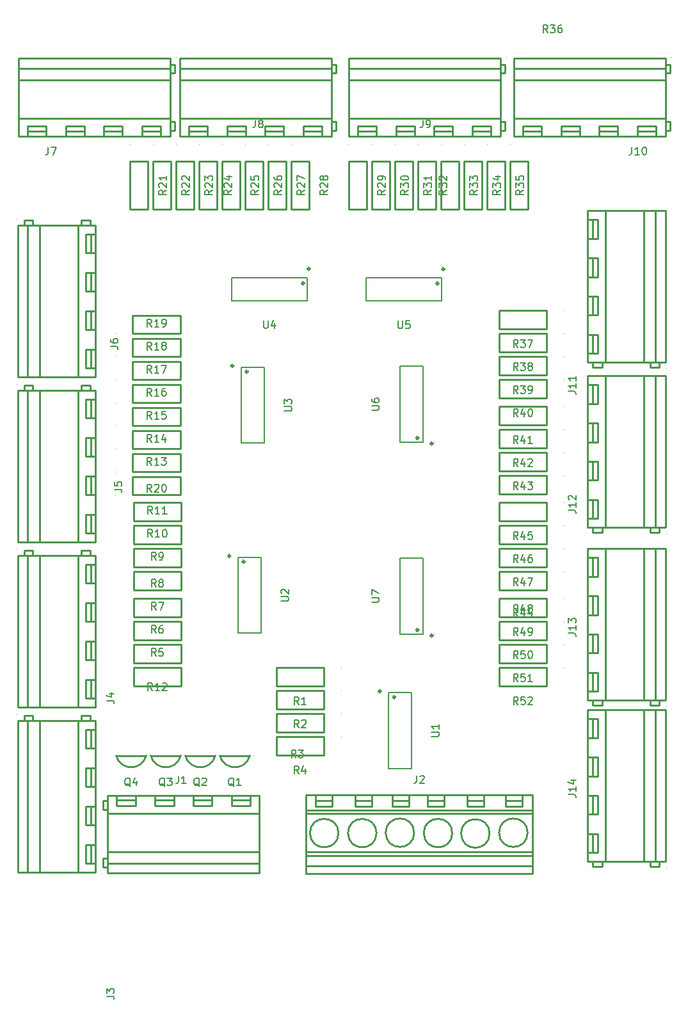
<source format=gbr>
%TF.GenerationSoftware,KiCad,Pcbnew,(6.0.0)*%
%TF.CreationDate,2022-08-09T16:56:53-04:00*%
%TF.ProjectId,pcb,7063622e-6b69-4636-9164-5f7063625858,rev?*%
%TF.SameCoordinates,Original*%
%TF.FileFunction,Legend,Top*%
%TF.FilePolarity,Positive*%
%FSLAX46Y46*%
G04 Gerber Fmt 4.6, Leading zero omitted, Abs format (unit mm)*
G04 Created by KiCad (PCBNEW (6.0.0)) date 2022-08-09 16:56:53*
%MOMM*%
%LPD*%
G01*
G04 APERTURE LIST*
%ADD10C,0.150000*%
%ADD11C,0.254001*%
%ADD12C,0.059995*%
%ADD13C,0.152400*%
%ADD14C,0.300000*%
G04 APERTURE END LIST*
D10*
%TO.C,R31*%
X109367180Y-68308457D02*
X108890990Y-68641790D01*
X109367180Y-68879885D02*
X108367180Y-68879885D01*
X108367180Y-68498933D01*
X108414800Y-68403695D01*
X108462419Y-68356076D01*
X108557657Y-68308457D01*
X108700514Y-68308457D01*
X108795752Y-68356076D01*
X108843371Y-68403695D01*
X108890990Y-68498933D01*
X108890990Y-68879885D01*
X108367180Y-67975123D02*
X108367180Y-67356076D01*
X108748133Y-67689409D01*
X108748133Y-67546552D01*
X108795752Y-67451314D01*
X108843371Y-67403695D01*
X108938609Y-67356076D01*
X109176704Y-67356076D01*
X109271942Y-67403695D01*
X109319561Y-67451314D01*
X109367180Y-67546552D01*
X109367180Y-67832266D01*
X109319561Y-67927504D01*
X109271942Y-67975123D01*
X109367180Y-66403695D02*
X109367180Y-66975123D01*
X109367180Y-66689409D02*
X108367180Y-66689409D01*
X108510038Y-66784647D01*
X108605276Y-66879885D01*
X108652895Y-66975123D01*
%TO.C,R47*%
X120819942Y-120593980D02*
X120486609Y-120117790D01*
X120248514Y-120593980D02*
X120248514Y-119593980D01*
X120629466Y-119593980D01*
X120724704Y-119641600D01*
X120772323Y-119689219D01*
X120819942Y-119784457D01*
X120819942Y-119927314D01*
X120772323Y-120022552D01*
X120724704Y-120070171D01*
X120629466Y-120117790D01*
X120248514Y-120117790D01*
X121677085Y-119927314D02*
X121677085Y-120593980D01*
X121438990Y-119546361D02*
X121200895Y-120260647D01*
X121819942Y-120260647D01*
X122105657Y-119593980D02*
X122772323Y-119593980D01*
X122343752Y-120593980D01*
%TO.C,R6*%
X72934019Y-126893995D02*
X72600686Y-126417805D01*
X72362590Y-126893995D02*
X72362590Y-125893995D01*
X72743543Y-125893995D01*
X72838781Y-125941615D01*
X72886400Y-125989234D01*
X72934019Y-126084472D01*
X72934019Y-126227329D01*
X72886400Y-126322567D01*
X72838781Y-126370186D01*
X72743543Y-126417805D01*
X72362590Y-126417805D01*
X73791162Y-125893995D02*
X73600686Y-125893995D01*
X73505447Y-125941615D01*
X73457828Y-125989234D01*
X73362590Y-126132091D01*
X73314971Y-126322567D01*
X73314971Y-126703519D01*
X73362590Y-126798757D01*
X73410209Y-126846376D01*
X73505447Y-126893995D01*
X73695924Y-126893995D01*
X73791162Y-126846376D01*
X73838781Y-126798757D01*
X73886400Y-126703519D01*
X73886400Y-126465424D01*
X73838781Y-126370186D01*
X73791162Y-126322567D01*
X73695924Y-126274948D01*
X73505447Y-126274948D01*
X73410209Y-126322567D01*
X73362590Y-126370186D01*
X73314971Y-126465424D01*
%TO.C,R14*%
X72364357Y-101620976D02*
X72031024Y-101144786D01*
X71792929Y-101620976D02*
X71792929Y-100620976D01*
X72173881Y-100620976D01*
X72269119Y-100668596D01*
X72316738Y-100716215D01*
X72364357Y-100811453D01*
X72364357Y-100954310D01*
X72316738Y-101049548D01*
X72269119Y-101097167D01*
X72173881Y-101144786D01*
X71792929Y-101144786D01*
X73316738Y-101620976D02*
X72745310Y-101620976D01*
X73031024Y-101620976D02*
X73031024Y-100620976D01*
X72935786Y-100763834D01*
X72840548Y-100859072D01*
X72745310Y-100906691D01*
X74173881Y-100954310D02*
X74173881Y-101620976D01*
X73935786Y-100573357D02*
X73697691Y-101287643D01*
X74316738Y-101287643D01*
%TO.C,R19*%
X72364357Y-86380976D02*
X72031024Y-85904786D01*
X71792929Y-86380976D02*
X71792929Y-85380976D01*
X72173881Y-85380976D01*
X72269119Y-85428596D01*
X72316738Y-85476215D01*
X72364357Y-85571453D01*
X72364357Y-85714310D01*
X72316738Y-85809548D01*
X72269119Y-85857167D01*
X72173881Y-85904786D01*
X71792929Y-85904786D01*
X73316738Y-86380976D02*
X72745310Y-86380976D01*
X73031024Y-86380976D02*
X73031024Y-85380976D01*
X72935786Y-85523834D01*
X72840548Y-85619072D01*
X72745310Y-85666691D01*
X73792929Y-86380976D02*
X73983405Y-86380976D01*
X74078643Y-86333357D01*
X74126262Y-86285738D01*
X74221500Y-86142881D01*
X74269119Y-85952405D01*
X74269119Y-85571453D01*
X74221500Y-85476215D01*
X74173881Y-85428596D01*
X74078643Y-85380976D01*
X73888167Y-85380976D01*
X73792929Y-85428596D01*
X73745310Y-85476215D01*
X73697691Y-85571453D01*
X73697691Y-85809548D01*
X73745310Y-85904786D01*
X73792929Y-85952405D01*
X73888167Y-86000024D01*
X74078643Y-86000024D01*
X74173881Y-85952405D01*
X74221500Y-85904786D01*
X74269119Y-85809548D01*
%TO.C,R20*%
X72364357Y-108224976D02*
X72031024Y-107748786D01*
X71792929Y-108224976D02*
X71792929Y-107224976D01*
X72173881Y-107224976D01*
X72269119Y-107272596D01*
X72316738Y-107320215D01*
X72364357Y-107415453D01*
X72364357Y-107558310D01*
X72316738Y-107653548D01*
X72269119Y-107701167D01*
X72173881Y-107748786D01*
X71792929Y-107748786D01*
X72745310Y-107320215D02*
X72792929Y-107272596D01*
X72888167Y-107224976D01*
X73126262Y-107224976D01*
X73221500Y-107272596D01*
X73269119Y-107320215D01*
X73316738Y-107415453D01*
X73316738Y-107510691D01*
X73269119Y-107653548D01*
X72697691Y-108224976D01*
X73316738Y-108224976D01*
X73935786Y-107224976D02*
X74031024Y-107224976D01*
X74126262Y-107272596D01*
X74173881Y-107320215D01*
X74221500Y-107415453D01*
X74269119Y-107605929D01*
X74269119Y-107844024D01*
X74221500Y-108034500D01*
X74173881Y-108129738D01*
X74126262Y-108177357D01*
X74031024Y-108224976D01*
X73935786Y-108224976D01*
X73840548Y-108177357D01*
X73792929Y-108129738D01*
X73745310Y-108034500D01*
X73697691Y-107844024D01*
X73697691Y-107605929D01*
X73745310Y-107415453D01*
X73792929Y-107320215D01*
X73840548Y-107272596D01*
X73935786Y-107224976D01*
%TO.C,R4*%
X91832133Y-145485980D02*
X91498800Y-145009790D01*
X91260704Y-145485980D02*
X91260704Y-144485980D01*
X91641657Y-144485980D01*
X91736895Y-144533600D01*
X91784514Y-144581219D01*
X91832133Y-144676457D01*
X91832133Y-144819314D01*
X91784514Y-144914552D01*
X91736895Y-144962171D01*
X91641657Y-145009790D01*
X91260704Y-145009790D01*
X92689276Y-144819314D02*
X92689276Y-145485980D01*
X92451180Y-144438361D02*
X92213085Y-145152647D01*
X92832133Y-145152647D01*
%TO.C,U2*%
X89480651Y-122656513D02*
X90290175Y-122656513D01*
X90385413Y-122608894D01*
X90433032Y-122561275D01*
X90480651Y-122466037D01*
X90480651Y-122275561D01*
X90433032Y-122180323D01*
X90385413Y-122132704D01*
X90290175Y-122085085D01*
X89480651Y-122085085D01*
X89575890Y-121656513D02*
X89528271Y-121608894D01*
X89480651Y-121513656D01*
X89480651Y-121275561D01*
X89528271Y-121180323D01*
X89575890Y-121132704D01*
X89671128Y-121085085D01*
X89766366Y-121085085D01*
X89909223Y-121132704D01*
X90480651Y-121704132D01*
X90480651Y-121085085D01*
%TO.C,R23*%
X80411180Y-68308457D02*
X79934990Y-68641790D01*
X80411180Y-68879885D02*
X79411180Y-68879885D01*
X79411180Y-68498933D01*
X79458800Y-68403695D01*
X79506419Y-68356076D01*
X79601657Y-68308457D01*
X79744514Y-68308457D01*
X79839752Y-68356076D01*
X79887371Y-68403695D01*
X79934990Y-68498933D01*
X79934990Y-68879885D01*
X79506419Y-67927504D02*
X79458800Y-67879885D01*
X79411180Y-67784647D01*
X79411180Y-67546552D01*
X79458800Y-67451314D01*
X79506419Y-67403695D01*
X79601657Y-67356076D01*
X79696895Y-67356076D01*
X79839752Y-67403695D01*
X80411180Y-67975123D01*
X80411180Y-67356076D01*
X79411180Y-67022742D02*
X79411180Y-66403695D01*
X79792133Y-66737028D01*
X79792133Y-66594171D01*
X79839752Y-66498933D01*
X79887371Y-66451314D01*
X79982609Y-66403695D01*
X80220704Y-66403695D01*
X80315942Y-66451314D01*
X80363561Y-66498933D01*
X80411180Y-66594171D01*
X80411180Y-66879885D01*
X80363561Y-66975123D01*
X80315942Y-67022742D01*
%TO.C,R40*%
X120819942Y-98241980D02*
X120486609Y-97765790D01*
X120248514Y-98241980D02*
X120248514Y-97241980D01*
X120629466Y-97241980D01*
X120724704Y-97289600D01*
X120772323Y-97337219D01*
X120819942Y-97432457D01*
X120819942Y-97575314D01*
X120772323Y-97670552D01*
X120724704Y-97718171D01*
X120629466Y-97765790D01*
X120248514Y-97765790D01*
X121677085Y-97575314D02*
X121677085Y-98241980D01*
X121438990Y-97194361D02*
X121200895Y-97908647D01*
X121819942Y-97908647D01*
X122391371Y-97241980D02*
X122486609Y-97241980D01*
X122581847Y-97289600D01*
X122629466Y-97337219D01*
X122677085Y-97432457D01*
X122724704Y-97622933D01*
X122724704Y-97861028D01*
X122677085Y-98051504D01*
X122629466Y-98146742D01*
X122581847Y-98194361D01*
X122486609Y-98241980D01*
X122391371Y-98241980D01*
X122296133Y-98194361D01*
X122248514Y-98146742D01*
X122200895Y-98051504D01*
X122153276Y-97861028D01*
X122153276Y-97622933D01*
X122200895Y-97432457D01*
X122248514Y-97337219D01*
X122296133Y-97289600D01*
X122391371Y-97241980D01*
%TO.C,R32*%
X111399180Y-68308457D02*
X110922990Y-68641790D01*
X111399180Y-68879885D02*
X110399180Y-68879885D01*
X110399180Y-68498933D01*
X110446800Y-68403695D01*
X110494419Y-68356076D01*
X110589657Y-68308457D01*
X110732514Y-68308457D01*
X110827752Y-68356076D01*
X110875371Y-68403695D01*
X110922990Y-68498933D01*
X110922990Y-68879885D01*
X110399180Y-67975123D02*
X110399180Y-67356076D01*
X110780133Y-67689409D01*
X110780133Y-67546552D01*
X110827752Y-67451314D01*
X110875371Y-67403695D01*
X110970609Y-67356076D01*
X111208704Y-67356076D01*
X111303942Y-67403695D01*
X111351561Y-67451314D01*
X111399180Y-67546552D01*
X111399180Y-67832266D01*
X111351561Y-67927504D01*
X111303942Y-67975123D01*
X110494419Y-66975123D02*
X110446800Y-66927504D01*
X110399180Y-66832266D01*
X110399180Y-66594171D01*
X110446800Y-66498933D01*
X110494419Y-66451314D01*
X110589657Y-66403695D01*
X110684895Y-66403695D01*
X110827752Y-66451314D01*
X111399180Y-67022742D01*
X111399180Y-66403695D01*
%TO.C,R22*%
X77363180Y-68308457D02*
X76886990Y-68641790D01*
X77363180Y-68879885D02*
X76363180Y-68879885D01*
X76363180Y-68498933D01*
X76410800Y-68403695D01*
X76458419Y-68356076D01*
X76553657Y-68308457D01*
X76696514Y-68308457D01*
X76791752Y-68356076D01*
X76839371Y-68403695D01*
X76886990Y-68498933D01*
X76886990Y-68879885D01*
X76458419Y-67927504D02*
X76410800Y-67879885D01*
X76363180Y-67784647D01*
X76363180Y-67546552D01*
X76410800Y-67451314D01*
X76458419Y-67403695D01*
X76553657Y-67356076D01*
X76648895Y-67356076D01*
X76791752Y-67403695D01*
X77363180Y-67975123D01*
X77363180Y-67356076D01*
X76458419Y-66975123D02*
X76410800Y-66927504D01*
X76363180Y-66832266D01*
X76363180Y-66594171D01*
X76410800Y-66498933D01*
X76458419Y-66451314D01*
X76553657Y-66403695D01*
X76648895Y-66403695D01*
X76791752Y-66451314D01*
X77363180Y-67022742D01*
X77363180Y-66403695D01*
%TO.C,R13*%
X72364357Y-104668976D02*
X72031024Y-104192786D01*
X71792929Y-104668976D02*
X71792929Y-103668976D01*
X72173881Y-103668976D01*
X72269119Y-103716596D01*
X72316738Y-103764215D01*
X72364357Y-103859453D01*
X72364357Y-104002310D01*
X72316738Y-104097548D01*
X72269119Y-104145167D01*
X72173881Y-104192786D01*
X71792929Y-104192786D01*
X73316738Y-104668976D02*
X72745310Y-104668976D01*
X73031024Y-104668976D02*
X73031024Y-103668976D01*
X72935786Y-103811834D01*
X72840548Y-103907072D01*
X72745310Y-103954691D01*
X73650072Y-103668976D02*
X74269119Y-103668976D01*
X73935786Y-104049929D01*
X74078643Y-104049929D01*
X74173881Y-104097548D01*
X74221500Y-104145167D01*
X74269119Y-104240405D01*
X74269119Y-104478500D01*
X74221500Y-104573738D01*
X74173881Y-104621357D01*
X74078643Y-104668976D01*
X73792929Y-104668976D01*
X73697691Y-104621357D01*
X73650072Y-104573738D01*
%TO.C,U5*%
X104952895Y-85594569D02*
X104952895Y-86404093D01*
X105000514Y-86499331D01*
X105048133Y-86546950D01*
X105143371Y-86594569D01*
X105333847Y-86594569D01*
X105429085Y-86546950D01*
X105476704Y-86499331D01*
X105524323Y-86404093D01*
X105524323Y-85594569D01*
X106476704Y-85594569D02*
X106000514Y-85594569D01*
X105952895Y-86070760D01*
X106000514Y-86023141D01*
X106095752Y-85975522D01*
X106333847Y-85975522D01*
X106429085Y-86023141D01*
X106476704Y-86070760D01*
X106524323Y-86165998D01*
X106524323Y-86404093D01*
X106476704Y-86499331D01*
X106429085Y-86546950D01*
X106333847Y-86594569D01*
X106095752Y-86594569D01*
X106000514Y-86546950D01*
X105952895Y-86499331D01*
%TO.C,J7*%
X58670470Y-62608984D02*
X58670470Y-63323270D01*
X58622851Y-63466127D01*
X58527613Y-63561365D01*
X58384756Y-63608984D01*
X58289518Y-63608984D01*
X59051423Y-62608984D02*
X59718089Y-62608984D01*
X59289518Y-63608984D01*
%TO.C,R28*%
X95651180Y-68308457D02*
X95174990Y-68641790D01*
X95651180Y-68879885D02*
X94651180Y-68879885D01*
X94651180Y-68498933D01*
X94698800Y-68403695D01*
X94746419Y-68356076D01*
X94841657Y-68308457D01*
X94984514Y-68308457D01*
X95079752Y-68356076D01*
X95127371Y-68403695D01*
X95174990Y-68498933D01*
X95174990Y-68879885D01*
X94746419Y-67927504D02*
X94698800Y-67879885D01*
X94651180Y-67784647D01*
X94651180Y-67546552D01*
X94698800Y-67451314D01*
X94746419Y-67403695D01*
X94841657Y-67356076D01*
X94936895Y-67356076D01*
X95079752Y-67403695D01*
X95651180Y-67975123D01*
X95651180Y-67356076D01*
X95079752Y-66784647D02*
X95032133Y-66879885D01*
X94984514Y-66927504D01*
X94889276Y-66975123D01*
X94841657Y-66975123D01*
X94746419Y-66927504D01*
X94698800Y-66879885D01*
X94651180Y-66784647D01*
X94651180Y-66594171D01*
X94698800Y-66498933D01*
X94746419Y-66451314D01*
X94841657Y-66403695D01*
X94889276Y-66403695D01*
X94984514Y-66451314D01*
X95032133Y-66498933D01*
X95079752Y-66594171D01*
X95079752Y-66784647D01*
X95127371Y-66879885D01*
X95174990Y-66927504D01*
X95270228Y-66975123D01*
X95460704Y-66975123D01*
X95555942Y-66927504D01*
X95603561Y-66879885D01*
X95651180Y-66784647D01*
X95651180Y-66594171D01*
X95603561Y-66498933D01*
X95555942Y-66451314D01*
X95460704Y-66403695D01*
X95270228Y-66403695D01*
X95174990Y-66451314D01*
X95127371Y-66498933D01*
X95079752Y-66594171D01*
%TO.C,R10*%
X72457828Y-114193995D02*
X72124495Y-113717805D01*
X71886400Y-114193995D02*
X71886400Y-113193995D01*
X72267352Y-113193995D01*
X72362590Y-113241615D01*
X72410209Y-113289234D01*
X72457828Y-113384472D01*
X72457828Y-113527329D01*
X72410209Y-113622567D01*
X72362590Y-113670186D01*
X72267352Y-113717805D01*
X71886400Y-113717805D01*
X73410209Y-114193995D02*
X72838781Y-114193995D01*
X73124495Y-114193995D02*
X73124495Y-113193995D01*
X73029257Y-113336853D01*
X72934019Y-113432091D01*
X72838781Y-113479710D01*
X74029257Y-113193995D02*
X74124495Y-113193995D01*
X74219733Y-113241615D01*
X74267352Y-113289234D01*
X74314971Y-113384472D01*
X74362590Y-113574948D01*
X74362590Y-113813043D01*
X74314971Y-114003519D01*
X74267352Y-114098757D01*
X74219733Y-114146376D01*
X74124495Y-114193995D01*
X74029257Y-114193995D01*
X73934019Y-114146376D01*
X73886400Y-114098757D01*
X73838781Y-114003519D01*
X73791162Y-113813043D01*
X73791162Y-113574948D01*
X73838781Y-113384472D01*
X73886400Y-113289234D01*
X73934019Y-113241615D01*
X74029257Y-113193995D01*
%TO.C,J3*%
X66401595Y-174932935D02*
X67115881Y-174932935D01*
X67258738Y-174980554D01*
X67353976Y-175075792D01*
X67401595Y-175218649D01*
X67401595Y-175313887D01*
X66401595Y-174551982D02*
X66401595Y-173932935D01*
X66782548Y-174266268D01*
X66782548Y-174123411D01*
X66830167Y-174028173D01*
X66877786Y-173980554D01*
X66973024Y-173932935D01*
X67211119Y-173932935D01*
X67306357Y-173980554D01*
X67353976Y-174028173D01*
X67401595Y-174123411D01*
X67401595Y-174409125D01*
X67353976Y-174504363D01*
X67306357Y-174551982D01*
%TO.C,R26*%
X89555180Y-68308457D02*
X89078990Y-68641790D01*
X89555180Y-68879885D02*
X88555180Y-68879885D01*
X88555180Y-68498933D01*
X88602800Y-68403695D01*
X88650419Y-68356076D01*
X88745657Y-68308457D01*
X88888514Y-68308457D01*
X88983752Y-68356076D01*
X89031371Y-68403695D01*
X89078990Y-68498933D01*
X89078990Y-68879885D01*
X88650419Y-67927504D02*
X88602800Y-67879885D01*
X88555180Y-67784647D01*
X88555180Y-67546552D01*
X88602800Y-67451314D01*
X88650419Y-67403695D01*
X88745657Y-67356076D01*
X88840895Y-67356076D01*
X88983752Y-67403695D01*
X89555180Y-67975123D01*
X89555180Y-67356076D01*
X88555180Y-66498933D02*
X88555180Y-66689409D01*
X88602800Y-66784647D01*
X88650419Y-66832266D01*
X88793276Y-66927504D01*
X88983752Y-66975123D01*
X89364704Y-66975123D01*
X89459942Y-66927504D01*
X89507561Y-66879885D01*
X89555180Y-66784647D01*
X89555180Y-66594171D01*
X89507561Y-66498933D01*
X89459942Y-66451314D01*
X89364704Y-66403695D01*
X89126609Y-66403695D01*
X89031371Y-66451314D01*
X88983752Y-66498933D01*
X88936133Y-66594171D01*
X88936133Y-66784647D01*
X88983752Y-66879885D01*
X89031371Y-66927504D01*
X89126609Y-66975123D01*
%TO.C,R9*%
X72934019Y-117241995D02*
X72600686Y-116765805D01*
X72362590Y-117241995D02*
X72362590Y-116241995D01*
X72743543Y-116241995D01*
X72838781Y-116289615D01*
X72886400Y-116337234D01*
X72934019Y-116432472D01*
X72934019Y-116575329D01*
X72886400Y-116670567D01*
X72838781Y-116718186D01*
X72743543Y-116765805D01*
X72362590Y-116765805D01*
X73410209Y-117241995D02*
X73600686Y-117241995D01*
X73695924Y-117194376D01*
X73743543Y-117146757D01*
X73838781Y-117003900D01*
X73886400Y-116813424D01*
X73886400Y-116432472D01*
X73838781Y-116337234D01*
X73791162Y-116289615D01*
X73695924Y-116241995D01*
X73505447Y-116241995D01*
X73410209Y-116289615D01*
X73362590Y-116337234D01*
X73314971Y-116432472D01*
X73314971Y-116670567D01*
X73362590Y-116765805D01*
X73410209Y-116813424D01*
X73505447Y-116861043D01*
X73695924Y-116861043D01*
X73791162Y-116813424D01*
X73838781Y-116765805D01*
X73886400Y-116670567D01*
%TO.C,J13*%
X127481180Y-126895123D02*
X128195466Y-126895123D01*
X128338323Y-126942742D01*
X128433561Y-127037980D01*
X128481180Y-127180838D01*
X128481180Y-127276076D01*
X128481180Y-125895123D02*
X128481180Y-126466552D01*
X128481180Y-126180838D02*
X127481180Y-126180838D01*
X127624038Y-126276076D01*
X127719276Y-126371314D01*
X127766895Y-126466552D01*
X127481180Y-125561790D02*
X127481180Y-124942742D01*
X127862133Y-125276076D01*
X127862133Y-125133219D01*
X127909752Y-125037980D01*
X127957371Y-124990361D01*
X128052609Y-124942742D01*
X128290704Y-124942742D01*
X128385942Y-124990361D01*
X128433561Y-125037980D01*
X128481180Y-125133219D01*
X128481180Y-125418933D01*
X128433561Y-125514171D01*
X128385942Y-125561790D01*
%TO.C,R15*%
X72364357Y-98572976D02*
X72031024Y-98096786D01*
X71792929Y-98572976D02*
X71792929Y-97572976D01*
X72173881Y-97572976D01*
X72269119Y-97620596D01*
X72316738Y-97668215D01*
X72364357Y-97763453D01*
X72364357Y-97906310D01*
X72316738Y-98001548D01*
X72269119Y-98049167D01*
X72173881Y-98096786D01*
X71792929Y-98096786D01*
X73316738Y-98572976D02*
X72745310Y-98572976D01*
X73031024Y-98572976D02*
X73031024Y-97572976D01*
X72935786Y-97715834D01*
X72840548Y-97811072D01*
X72745310Y-97858691D01*
X74221500Y-97572976D02*
X73745310Y-97572976D01*
X73697691Y-98049167D01*
X73745310Y-98001548D01*
X73840548Y-97953929D01*
X74078643Y-97953929D01*
X74173881Y-98001548D01*
X74221500Y-98049167D01*
X74269119Y-98144405D01*
X74269119Y-98382500D01*
X74221500Y-98477738D01*
X74173881Y-98525357D01*
X74078643Y-98572976D01*
X73840548Y-98572976D01*
X73745310Y-98525357D01*
X73697691Y-98477738D01*
%TO.C,U4*%
X87172895Y-85569565D02*
X87172895Y-86379089D01*
X87220514Y-86474327D01*
X87268133Y-86521946D01*
X87363371Y-86569565D01*
X87553847Y-86569565D01*
X87649085Y-86521946D01*
X87696704Y-86474327D01*
X87744323Y-86379089D01*
X87744323Y-85569565D01*
X88649085Y-85902899D02*
X88649085Y-86569565D01*
X88410990Y-85521946D02*
X88172895Y-86236232D01*
X88791942Y-86236232D01*
%TO.C,R16*%
X72364357Y-95524976D02*
X72031024Y-95048786D01*
X71792929Y-95524976D02*
X71792929Y-94524976D01*
X72173881Y-94524976D01*
X72269119Y-94572596D01*
X72316738Y-94620215D01*
X72364357Y-94715453D01*
X72364357Y-94858310D01*
X72316738Y-94953548D01*
X72269119Y-95001167D01*
X72173881Y-95048786D01*
X71792929Y-95048786D01*
X73316738Y-95524976D02*
X72745310Y-95524976D01*
X73031024Y-95524976D02*
X73031024Y-94524976D01*
X72935786Y-94667834D01*
X72840548Y-94763072D01*
X72745310Y-94810691D01*
X74173881Y-94524976D02*
X73983405Y-94524976D01*
X73888167Y-94572596D01*
X73840548Y-94620215D01*
X73745310Y-94763072D01*
X73697691Y-94953548D01*
X73697691Y-95334500D01*
X73745310Y-95429738D01*
X73792929Y-95477357D01*
X73888167Y-95524976D01*
X74078643Y-95524976D01*
X74173881Y-95477357D01*
X74221500Y-95429738D01*
X74269119Y-95334500D01*
X74269119Y-95096405D01*
X74221500Y-95001167D01*
X74173881Y-94953548D01*
X74078643Y-94905929D01*
X73888167Y-94905929D01*
X73792929Y-94953548D01*
X73745310Y-95001167D01*
X73697691Y-95096405D01*
%TO.C,R36*%
X124756946Y-47450395D02*
X124423613Y-46974205D01*
X124185518Y-47450395D02*
X124185518Y-46450395D01*
X124566470Y-46450395D01*
X124661708Y-46498015D01*
X124709327Y-46545634D01*
X124756946Y-46640872D01*
X124756946Y-46783729D01*
X124709327Y-46878967D01*
X124661708Y-46926586D01*
X124566470Y-46974205D01*
X124185518Y-46974205D01*
X125090280Y-46450395D02*
X125709327Y-46450395D01*
X125375994Y-46831348D01*
X125518851Y-46831348D01*
X125614089Y-46878967D01*
X125661708Y-46926586D01*
X125709327Y-47021824D01*
X125709327Y-47259919D01*
X125661708Y-47355157D01*
X125614089Y-47402776D01*
X125518851Y-47450395D01*
X125233137Y-47450395D01*
X125137899Y-47402776D01*
X125090280Y-47355157D01*
X126566470Y-46450395D02*
X126375994Y-46450395D01*
X126280756Y-46498015D01*
X126233137Y-46545634D01*
X126137899Y-46688491D01*
X126090280Y-46878967D01*
X126090280Y-47259919D01*
X126137899Y-47355157D01*
X126185518Y-47402776D01*
X126280756Y-47450395D01*
X126471232Y-47450395D01*
X126566470Y-47402776D01*
X126614089Y-47355157D01*
X126661708Y-47259919D01*
X126661708Y-47021824D01*
X126614089Y-46926586D01*
X126566470Y-46878967D01*
X126471232Y-46831348D01*
X126280756Y-46831348D01*
X126185518Y-46878967D01*
X126137899Y-46926586D01*
X126090280Y-47021824D01*
%TO.C,R48*%
X120819942Y-124149980D02*
X120486609Y-123673790D01*
X120248514Y-124149980D02*
X120248514Y-123149980D01*
X120629466Y-123149980D01*
X120724704Y-123197600D01*
X120772323Y-123245219D01*
X120819942Y-123340457D01*
X120819942Y-123483314D01*
X120772323Y-123578552D01*
X120724704Y-123626171D01*
X120629466Y-123673790D01*
X120248514Y-123673790D01*
X121677085Y-123483314D02*
X121677085Y-124149980D01*
X121438990Y-123102361D02*
X121200895Y-123816647D01*
X121819942Y-123816647D01*
X122343752Y-123578552D02*
X122248514Y-123530933D01*
X122200895Y-123483314D01*
X122153276Y-123388076D01*
X122153276Y-123340457D01*
X122200895Y-123245219D01*
X122248514Y-123197600D01*
X122343752Y-123149980D01*
X122534228Y-123149980D01*
X122629466Y-123197600D01*
X122677085Y-123245219D01*
X122724704Y-123340457D01*
X122724704Y-123388076D01*
X122677085Y-123483314D01*
X122629466Y-123530933D01*
X122534228Y-123578552D01*
X122343752Y-123578552D01*
X122248514Y-123626171D01*
X122200895Y-123673790D01*
X122153276Y-123769028D01*
X122153276Y-123959504D01*
X122200895Y-124054742D01*
X122248514Y-124102361D01*
X122343752Y-124149980D01*
X122534228Y-124149980D01*
X122629466Y-124102361D01*
X122677085Y-124054742D01*
X122724704Y-123959504D01*
X122724704Y-123769028D01*
X122677085Y-123673790D01*
X122629466Y-123626171D01*
X122534228Y-123578552D01*
%TO.C,R17*%
X72364357Y-92476976D02*
X72031024Y-92000786D01*
X71792929Y-92476976D02*
X71792929Y-91476976D01*
X72173881Y-91476976D01*
X72269119Y-91524596D01*
X72316738Y-91572215D01*
X72364357Y-91667453D01*
X72364357Y-91810310D01*
X72316738Y-91905548D01*
X72269119Y-91953167D01*
X72173881Y-92000786D01*
X71792929Y-92000786D01*
X73316738Y-92476976D02*
X72745310Y-92476976D01*
X73031024Y-92476976D02*
X73031024Y-91476976D01*
X72935786Y-91619834D01*
X72840548Y-91715072D01*
X72745310Y-91762691D01*
X73650072Y-91476976D02*
X74316738Y-91476976D01*
X73888167Y-92476976D01*
%TO.C,J12*%
X127481180Y-110639123D02*
X128195466Y-110639123D01*
X128338323Y-110686742D01*
X128433561Y-110781980D01*
X128481180Y-110924838D01*
X128481180Y-111020076D01*
X128481180Y-109639123D02*
X128481180Y-110210552D01*
X128481180Y-109924838D02*
X127481180Y-109924838D01*
X127624038Y-110020076D01*
X127719276Y-110115314D01*
X127766895Y-110210552D01*
X127576419Y-109258171D02*
X127528800Y-109210552D01*
X127481180Y-109115314D01*
X127481180Y-108877219D01*
X127528800Y-108781980D01*
X127576419Y-108734361D01*
X127671657Y-108686742D01*
X127766895Y-108686742D01*
X127909752Y-108734361D01*
X128481180Y-109305790D01*
X128481180Y-108686742D01*
%TO.C,Q1*%
X83267561Y-147163155D02*
X83172323Y-147115536D01*
X83077085Y-147020297D01*
X82934228Y-146877440D01*
X82838990Y-146829821D01*
X82743752Y-146829821D01*
X82791371Y-147067916D02*
X82696133Y-147020297D01*
X82600895Y-146925059D01*
X82553276Y-146734583D01*
X82553276Y-146401250D01*
X82600895Y-146210774D01*
X82696133Y-146115536D01*
X82791371Y-146067916D01*
X82981847Y-146067916D01*
X83077085Y-146115536D01*
X83172323Y-146210774D01*
X83219942Y-146401250D01*
X83219942Y-146734583D01*
X83172323Y-146925059D01*
X83077085Y-147020297D01*
X82981847Y-147067916D01*
X82791371Y-147067916D01*
X84172323Y-147067916D02*
X83600895Y-147067916D01*
X83886609Y-147067916D02*
X83886609Y-146067916D01*
X83791371Y-146210774D01*
X83696133Y-146306012D01*
X83600895Y-146353631D01*
%TO.C,J6*%
X66909595Y-88953929D02*
X67623881Y-88953929D01*
X67766738Y-89001548D01*
X67861976Y-89096786D01*
X67909595Y-89239643D01*
X67909595Y-89334881D01*
X66909595Y-88049167D02*
X66909595Y-88239643D01*
X66957215Y-88334881D01*
X67004834Y-88382500D01*
X67147691Y-88477738D01*
X67338167Y-88525357D01*
X67719119Y-88525357D01*
X67814357Y-88477738D01*
X67861976Y-88430119D01*
X67909595Y-88334881D01*
X67909595Y-88144405D01*
X67861976Y-88049167D01*
X67814357Y-88001548D01*
X67719119Y-87953929D01*
X67481024Y-87953929D01*
X67385786Y-88001548D01*
X67338167Y-88049167D01*
X67290548Y-88144405D01*
X67290548Y-88334881D01*
X67338167Y-88430119D01*
X67385786Y-88477738D01*
X67481024Y-88525357D01*
%TO.C,R42*%
X120819942Y-104845980D02*
X120486609Y-104369790D01*
X120248514Y-104845980D02*
X120248514Y-103845980D01*
X120629466Y-103845980D01*
X120724704Y-103893600D01*
X120772323Y-103941219D01*
X120819942Y-104036457D01*
X120819942Y-104179314D01*
X120772323Y-104274552D01*
X120724704Y-104322171D01*
X120629466Y-104369790D01*
X120248514Y-104369790D01*
X121677085Y-104179314D02*
X121677085Y-104845980D01*
X121438990Y-103798361D02*
X121200895Y-104512647D01*
X121819942Y-104512647D01*
X122153276Y-103941219D02*
X122200895Y-103893600D01*
X122296133Y-103845980D01*
X122534228Y-103845980D01*
X122629466Y-103893600D01*
X122677085Y-103941219D01*
X122724704Y-104036457D01*
X122724704Y-104131695D01*
X122677085Y-104274552D01*
X122105657Y-104845980D01*
X122724704Y-104845980D01*
%TO.C,U1*%
X109394765Y-140563504D02*
X110204289Y-140563504D01*
X110299527Y-140515885D01*
X110347146Y-140468266D01*
X110394765Y-140373028D01*
X110394765Y-140182552D01*
X110347146Y-140087314D01*
X110299527Y-140039695D01*
X110204289Y-139992076D01*
X109394765Y-139992076D01*
X110394765Y-138992076D02*
X110394765Y-139563504D01*
X110394765Y-139277790D02*
X109394765Y-139277790D01*
X109537623Y-139373028D01*
X109632861Y-139468266D01*
X109680480Y-139563504D01*
%TO.C,R41*%
X120819942Y-101797980D02*
X120486609Y-101321790D01*
X120248514Y-101797980D02*
X120248514Y-100797980D01*
X120629466Y-100797980D01*
X120724704Y-100845600D01*
X120772323Y-100893219D01*
X120819942Y-100988457D01*
X120819942Y-101131314D01*
X120772323Y-101226552D01*
X120724704Y-101274171D01*
X120629466Y-101321790D01*
X120248514Y-101321790D01*
X121677085Y-101131314D02*
X121677085Y-101797980D01*
X121438990Y-100750361D02*
X121200895Y-101464647D01*
X121819942Y-101464647D01*
X122724704Y-101797980D02*
X122153276Y-101797980D01*
X122438990Y-101797980D02*
X122438990Y-100797980D01*
X122343752Y-100940838D01*
X122248514Y-101036076D01*
X122153276Y-101083695D01*
%TO.C,R11*%
X72457828Y-111145995D02*
X72124495Y-110669805D01*
X71886400Y-111145995D02*
X71886400Y-110145995D01*
X72267352Y-110145995D01*
X72362590Y-110193615D01*
X72410209Y-110241234D01*
X72457828Y-110336472D01*
X72457828Y-110479329D01*
X72410209Y-110574567D01*
X72362590Y-110622186D01*
X72267352Y-110669805D01*
X71886400Y-110669805D01*
X73410209Y-111145995D02*
X72838781Y-111145995D01*
X73124495Y-111145995D02*
X73124495Y-110145995D01*
X73029257Y-110288853D01*
X72934019Y-110384091D01*
X72838781Y-110431710D01*
X74362590Y-111145995D02*
X73791162Y-111145995D01*
X74076876Y-111145995D02*
X74076876Y-110145995D01*
X73981638Y-110288853D01*
X73886400Y-110384091D01*
X73791162Y-110431710D01*
%TO.C,R49*%
X120819942Y-127197980D02*
X120486609Y-126721790D01*
X120248514Y-127197980D02*
X120248514Y-126197980D01*
X120629466Y-126197980D01*
X120724704Y-126245600D01*
X120772323Y-126293219D01*
X120819942Y-126388457D01*
X120819942Y-126531314D01*
X120772323Y-126626552D01*
X120724704Y-126674171D01*
X120629466Y-126721790D01*
X120248514Y-126721790D01*
X121677085Y-126531314D02*
X121677085Y-127197980D01*
X121438990Y-126150361D02*
X121200895Y-126864647D01*
X121819942Y-126864647D01*
X122248514Y-127197980D02*
X122438990Y-127197980D01*
X122534228Y-127150361D01*
X122581847Y-127102742D01*
X122677085Y-126959885D01*
X122724704Y-126769409D01*
X122724704Y-126388457D01*
X122677085Y-126293219D01*
X122629466Y-126245600D01*
X122534228Y-126197980D01*
X122343752Y-126197980D01*
X122248514Y-126245600D01*
X122200895Y-126293219D01*
X122153276Y-126388457D01*
X122153276Y-126626552D01*
X122200895Y-126721790D01*
X122248514Y-126769409D01*
X122343752Y-126817028D01*
X122534228Y-126817028D01*
X122629466Y-126769409D01*
X122677085Y-126721790D01*
X122724704Y-126626552D01*
%TO.C,R50*%
X120819942Y-130245980D02*
X120486609Y-129769790D01*
X120248514Y-130245980D02*
X120248514Y-129245980D01*
X120629466Y-129245980D01*
X120724704Y-129293600D01*
X120772323Y-129341219D01*
X120819942Y-129436457D01*
X120819942Y-129579314D01*
X120772323Y-129674552D01*
X120724704Y-129722171D01*
X120629466Y-129769790D01*
X120248514Y-129769790D01*
X121724704Y-129245980D02*
X121248514Y-129245980D01*
X121200895Y-129722171D01*
X121248514Y-129674552D01*
X121343752Y-129626933D01*
X121581847Y-129626933D01*
X121677085Y-129674552D01*
X121724704Y-129722171D01*
X121772323Y-129817409D01*
X121772323Y-130055504D01*
X121724704Y-130150742D01*
X121677085Y-130198361D01*
X121581847Y-130245980D01*
X121343752Y-130245980D01*
X121248514Y-130198361D01*
X121200895Y-130150742D01*
X122391371Y-129245980D02*
X122486609Y-129245980D01*
X122581847Y-129293600D01*
X122629466Y-129341219D01*
X122677085Y-129436457D01*
X122724704Y-129626933D01*
X122724704Y-129865028D01*
X122677085Y-130055504D01*
X122629466Y-130150742D01*
X122581847Y-130198361D01*
X122486609Y-130245980D01*
X122391371Y-130245980D01*
X122296133Y-130198361D01*
X122248514Y-130150742D01*
X122200895Y-130055504D01*
X122153276Y-129865028D01*
X122153276Y-129626933D01*
X122200895Y-129436457D01*
X122248514Y-129341219D01*
X122296133Y-129293600D01*
X122391371Y-129245980D01*
%TO.C,J5*%
X67417595Y-107876935D02*
X68131881Y-107876935D01*
X68274738Y-107924554D01*
X68369976Y-108019792D01*
X68417595Y-108162649D01*
X68417595Y-108257887D01*
X67417595Y-106924554D02*
X67417595Y-107400744D01*
X67893786Y-107448363D01*
X67846167Y-107400744D01*
X67798548Y-107305506D01*
X67798548Y-107067411D01*
X67846167Y-106972173D01*
X67893786Y-106924554D01*
X67989024Y-106876935D01*
X68227119Y-106876935D01*
X68322357Y-106924554D01*
X68369976Y-106972173D01*
X68417595Y-107067411D01*
X68417595Y-107305506D01*
X68369976Y-107400744D01*
X68322357Y-107448363D01*
%TO.C,R29*%
X103271180Y-68308457D02*
X102794990Y-68641790D01*
X103271180Y-68879885D02*
X102271180Y-68879885D01*
X102271180Y-68498933D01*
X102318800Y-68403695D01*
X102366419Y-68356076D01*
X102461657Y-68308457D01*
X102604514Y-68308457D01*
X102699752Y-68356076D01*
X102747371Y-68403695D01*
X102794990Y-68498933D01*
X102794990Y-68879885D01*
X102366419Y-67927504D02*
X102318800Y-67879885D01*
X102271180Y-67784647D01*
X102271180Y-67546552D01*
X102318800Y-67451314D01*
X102366419Y-67403695D01*
X102461657Y-67356076D01*
X102556895Y-67356076D01*
X102699752Y-67403695D01*
X103271180Y-67975123D01*
X103271180Y-67356076D01*
X103271180Y-66879885D02*
X103271180Y-66689409D01*
X103223561Y-66594171D01*
X103175942Y-66546552D01*
X103033085Y-66451314D01*
X102842609Y-66403695D01*
X102461657Y-66403695D01*
X102366419Y-66451314D01*
X102318800Y-66498933D01*
X102271180Y-66594171D01*
X102271180Y-66784647D01*
X102318800Y-66879885D01*
X102366419Y-66927504D01*
X102461657Y-66975123D01*
X102699752Y-66975123D01*
X102794990Y-66927504D01*
X102842609Y-66879885D01*
X102890228Y-66784647D01*
X102890228Y-66594171D01*
X102842609Y-66498933D01*
X102794990Y-66451314D01*
X102699752Y-66403695D01*
%TO.C,R7*%
X72934019Y-123845995D02*
X72600686Y-123369805D01*
X72362590Y-123845995D02*
X72362590Y-122845995D01*
X72743543Y-122845995D01*
X72838781Y-122893615D01*
X72886400Y-122941234D01*
X72934019Y-123036472D01*
X72934019Y-123179329D01*
X72886400Y-123274567D01*
X72838781Y-123322186D01*
X72743543Y-123369805D01*
X72362590Y-123369805D01*
X73267352Y-122845995D02*
X73934019Y-122845995D01*
X73505447Y-123845995D01*
%TO.C,R46*%
X120819942Y-117545980D02*
X120486609Y-117069790D01*
X120248514Y-117545980D02*
X120248514Y-116545980D01*
X120629466Y-116545980D01*
X120724704Y-116593600D01*
X120772323Y-116641219D01*
X120819942Y-116736457D01*
X120819942Y-116879314D01*
X120772323Y-116974552D01*
X120724704Y-117022171D01*
X120629466Y-117069790D01*
X120248514Y-117069790D01*
X121677085Y-116879314D02*
X121677085Y-117545980D01*
X121438990Y-116498361D02*
X121200895Y-117212647D01*
X121819942Y-117212647D01*
X122629466Y-116545980D02*
X122438990Y-116545980D01*
X122343752Y-116593600D01*
X122296133Y-116641219D01*
X122200895Y-116784076D01*
X122153276Y-116974552D01*
X122153276Y-117355504D01*
X122200895Y-117450742D01*
X122248514Y-117498361D01*
X122343752Y-117545980D01*
X122534228Y-117545980D01*
X122629466Y-117498361D01*
X122677085Y-117450742D01*
X122724704Y-117355504D01*
X122724704Y-117117409D01*
X122677085Y-117022171D01*
X122629466Y-116974552D01*
X122534228Y-116926933D01*
X122343752Y-116926933D01*
X122248514Y-116974552D01*
X122200895Y-117022171D01*
X122153276Y-117117409D01*
%TO.C,J11*%
X127481180Y-94891123D02*
X128195466Y-94891123D01*
X128338323Y-94938742D01*
X128433561Y-95033980D01*
X128481180Y-95176838D01*
X128481180Y-95272076D01*
X128481180Y-93891123D02*
X128481180Y-94462552D01*
X128481180Y-94176838D02*
X127481180Y-94176838D01*
X127624038Y-94272076D01*
X127719276Y-94367314D01*
X127766895Y-94462552D01*
X128481180Y-92938742D02*
X128481180Y-93510171D01*
X128481180Y-93224457D02*
X127481180Y-93224457D01*
X127624038Y-93319695D01*
X127719276Y-93414933D01*
X127766895Y-93510171D01*
%TO.C,J4*%
X66401595Y-135816935D02*
X67115881Y-135816935D01*
X67258738Y-135864554D01*
X67353976Y-135959792D01*
X67401595Y-136102649D01*
X67401595Y-136197887D01*
X66734929Y-134912173D02*
X67401595Y-134912173D01*
X66353976Y-135150268D02*
X67068262Y-135388363D01*
X67068262Y-134769316D01*
%TO.C,R43*%
X120819942Y-107893980D02*
X120486609Y-107417790D01*
X120248514Y-107893980D02*
X120248514Y-106893980D01*
X120629466Y-106893980D01*
X120724704Y-106941600D01*
X120772323Y-106989219D01*
X120819942Y-107084457D01*
X120819942Y-107227314D01*
X120772323Y-107322552D01*
X120724704Y-107370171D01*
X120629466Y-107417790D01*
X120248514Y-107417790D01*
X121677085Y-107227314D02*
X121677085Y-107893980D01*
X121438990Y-106846361D02*
X121200895Y-107560647D01*
X121819942Y-107560647D01*
X122105657Y-106893980D02*
X122724704Y-106893980D01*
X122391371Y-107274933D01*
X122534228Y-107274933D01*
X122629466Y-107322552D01*
X122677085Y-107370171D01*
X122724704Y-107465409D01*
X122724704Y-107703504D01*
X122677085Y-107798742D01*
X122629466Y-107846361D01*
X122534228Y-107893980D01*
X122248514Y-107893980D01*
X122153276Y-107846361D01*
X122105657Y-107798742D01*
%TO.C,R51*%
X120819942Y-133293980D02*
X120486609Y-132817790D01*
X120248514Y-133293980D02*
X120248514Y-132293980D01*
X120629466Y-132293980D01*
X120724704Y-132341600D01*
X120772323Y-132389219D01*
X120819942Y-132484457D01*
X120819942Y-132627314D01*
X120772323Y-132722552D01*
X120724704Y-132770171D01*
X120629466Y-132817790D01*
X120248514Y-132817790D01*
X121724704Y-132293980D02*
X121248514Y-132293980D01*
X121200895Y-132770171D01*
X121248514Y-132722552D01*
X121343752Y-132674933D01*
X121581847Y-132674933D01*
X121677085Y-132722552D01*
X121724704Y-132770171D01*
X121772323Y-132865409D01*
X121772323Y-133103504D01*
X121724704Y-133198742D01*
X121677085Y-133246361D01*
X121581847Y-133293980D01*
X121343752Y-133293980D01*
X121248514Y-133246361D01*
X121200895Y-133198742D01*
X122724704Y-133293980D02*
X122153276Y-133293980D01*
X122438990Y-133293980D02*
X122438990Y-132293980D01*
X122343752Y-132436838D01*
X122248514Y-132532076D01*
X122153276Y-132579695D01*
%TO.C,J14*%
X127481180Y-148231123D02*
X128195466Y-148231123D01*
X128338323Y-148278742D01*
X128433561Y-148373980D01*
X128481180Y-148516838D01*
X128481180Y-148612076D01*
X128481180Y-147231123D02*
X128481180Y-147802552D01*
X128481180Y-147516838D02*
X127481180Y-147516838D01*
X127624038Y-147612076D01*
X127719276Y-147707314D01*
X127766895Y-147802552D01*
X127814514Y-146373980D02*
X128481180Y-146373980D01*
X127433561Y-146612076D02*
X128147847Y-146850171D01*
X128147847Y-146231123D01*
%TO.C,R52*%
X120819942Y-136341980D02*
X120486609Y-135865790D01*
X120248514Y-136341980D02*
X120248514Y-135341980D01*
X120629466Y-135341980D01*
X120724704Y-135389600D01*
X120772323Y-135437219D01*
X120819942Y-135532457D01*
X120819942Y-135675314D01*
X120772323Y-135770552D01*
X120724704Y-135818171D01*
X120629466Y-135865790D01*
X120248514Y-135865790D01*
X121724704Y-135341980D02*
X121248514Y-135341980D01*
X121200895Y-135818171D01*
X121248514Y-135770552D01*
X121343752Y-135722933D01*
X121581847Y-135722933D01*
X121677085Y-135770552D01*
X121724704Y-135818171D01*
X121772323Y-135913409D01*
X121772323Y-136151504D01*
X121724704Y-136246742D01*
X121677085Y-136294361D01*
X121581847Y-136341980D01*
X121343752Y-136341980D01*
X121248514Y-136294361D01*
X121200895Y-136246742D01*
X122153276Y-135437219D02*
X122200895Y-135389600D01*
X122296133Y-135341980D01*
X122534228Y-135341980D01*
X122629466Y-135389600D01*
X122677085Y-135437219D01*
X122724704Y-135532457D01*
X122724704Y-135627695D01*
X122677085Y-135770552D01*
X122105657Y-136341980D01*
X122724704Y-136341980D01*
%TO.C,Q2*%
X78695561Y-147163155D02*
X78600323Y-147115536D01*
X78505085Y-147020297D01*
X78362228Y-146877440D01*
X78266990Y-146829821D01*
X78171752Y-146829821D01*
X78219371Y-147067916D02*
X78124133Y-147020297D01*
X78028895Y-146925059D01*
X77981276Y-146734583D01*
X77981276Y-146401250D01*
X78028895Y-146210774D01*
X78124133Y-146115536D01*
X78219371Y-146067916D01*
X78409847Y-146067916D01*
X78505085Y-146115536D01*
X78600323Y-146210774D01*
X78647942Y-146401250D01*
X78647942Y-146734583D01*
X78600323Y-146925059D01*
X78505085Y-147020297D01*
X78409847Y-147067916D01*
X78219371Y-147067916D01*
X79028895Y-146163155D02*
X79076514Y-146115536D01*
X79171752Y-146067916D01*
X79409847Y-146067916D01*
X79505085Y-146115536D01*
X79552704Y-146163155D01*
X79600323Y-146258393D01*
X79600323Y-146353631D01*
X79552704Y-146496488D01*
X78981276Y-147067916D01*
X79600323Y-147067916D01*
%TO.C,J8*%
X86077466Y-59027980D02*
X86077466Y-59742266D01*
X86029847Y-59885123D01*
X85934609Y-59980361D01*
X85791752Y-60027980D01*
X85696514Y-60027980D01*
X86696514Y-59456552D02*
X86601276Y-59408933D01*
X86553657Y-59361314D01*
X86506038Y-59266076D01*
X86506038Y-59218457D01*
X86553657Y-59123219D01*
X86601276Y-59075600D01*
X86696514Y-59027980D01*
X86886990Y-59027980D01*
X86982228Y-59075600D01*
X87029847Y-59123219D01*
X87077466Y-59218457D01*
X87077466Y-59266076D01*
X87029847Y-59361314D01*
X86982228Y-59408933D01*
X86886990Y-59456552D01*
X86696514Y-59456552D01*
X86601276Y-59504171D01*
X86553657Y-59551790D01*
X86506038Y-59647028D01*
X86506038Y-59837504D01*
X86553657Y-59932742D01*
X86601276Y-59980361D01*
X86696514Y-60027980D01*
X86886990Y-60027980D01*
X86982228Y-59980361D01*
X87029847Y-59932742D01*
X87077466Y-59837504D01*
X87077466Y-59647028D01*
X87029847Y-59551790D01*
X86982228Y-59504171D01*
X86886990Y-59456552D01*
%TO.C,U7*%
X101447595Y-122783504D02*
X102257119Y-122783504D01*
X102352357Y-122735885D01*
X102399976Y-122688266D01*
X102447595Y-122593028D01*
X102447595Y-122402552D01*
X102399976Y-122307314D01*
X102352357Y-122259695D01*
X102257119Y-122212076D01*
X101447595Y-122212076D01*
X101447595Y-121831123D02*
X101447595Y-121164457D01*
X102447595Y-121593028D01*
%TO.C,R30*%
X106319180Y-68308457D02*
X105842990Y-68641790D01*
X106319180Y-68879885D02*
X105319180Y-68879885D01*
X105319180Y-68498933D01*
X105366800Y-68403695D01*
X105414419Y-68356076D01*
X105509657Y-68308457D01*
X105652514Y-68308457D01*
X105747752Y-68356076D01*
X105795371Y-68403695D01*
X105842990Y-68498933D01*
X105842990Y-68879885D01*
X105319180Y-67975123D02*
X105319180Y-67356076D01*
X105700133Y-67689409D01*
X105700133Y-67546552D01*
X105747752Y-67451314D01*
X105795371Y-67403695D01*
X105890609Y-67356076D01*
X106128704Y-67356076D01*
X106223942Y-67403695D01*
X106271561Y-67451314D01*
X106319180Y-67546552D01*
X106319180Y-67832266D01*
X106271561Y-67927504D01*
X106223942Y-67975123D01*
X105319180Y-66737028D02*
X105319180Y-66641790D01*
X105366800Y-66546552D01*
X105414419Y-66498933D01*
X105509657Y-66451314D01*
X105700133Y-66403695D01*
X105938228Y-66403695D01*
X106128704Y-66451314D01*
X106223942Y-66498933D01*
X106271561Y-66546552D01*
X106319180Y-66641790D01*
X106319180Y-66737028D01*
X106271561Y-66832266D01*
X106223942Y-66879885D01*
X106128704Y-66927504D01*
X105938228Y-66975123D01*
X105700133Y-66975123D01*
X105509657Y-66927504D01*
X105414419Y-66879885D01*
X105366800Y-66832266D01*
X105319180Y-66737028D01*
%TO.C,R27*%
X92603180Y-68308457D02*
X92126990Y-68641790D01*
X92603180Y-68879885D02*
X91603180Y-68879885D01*
X91603180Y-68498933D01*
X91650800Y-68403695D01*
X91698419Y-68356076D01*
X91793657Y-68308457D01*
X91936514Y-68308457D01*
X92031752Y-68356076D01*
X92079371Y-68403695D01*
X92126990Y-68498933D01*
X92126990Y-68879885D01*
X91698419Y-67927504D02*
X91650800Y-67879885D01*
X91603180Y-67784647D01*
X91603180Y-67546552D01*
X91650800Y-67451314D01*
X91698419Y-67403695D01*
X91793657Y-67356076D01*
X91888895Y-67356076D01*
X92031752Y-67403695D01*
X92603180Y-67975123D01*
X92603180Y-67356076D01*
X91603180Y-67022742D02*
X91603180Y-66356076D01*
X92603180Y-66784647D01*
%TO.C,R18*%
X72364357Y-89428976D02*
X72031024Y-88952786D01*
X71792929Y-89428976D02*
X71792929Y-88428976D01*
X72173881Y-88428976D01*
X72269119Y-88476596D01*
X72316738Y-88524215D01*
X72364357Y-88619453D01*
X72364357Y-88762310D01*
X72316738Y-88857548D01*
X72269119Y-88905167D01*
X72173881Y-88952786D01*
X71792929Y-88952786D01*
X73316738Y-89428976D02*
X72745310Y-89428976D01*
X73031024Y-89428976D02*
X73031024Y-88428976D01*
X72935786Y-88571834D01*
X72840548Y-88667072D01*
X72745310Y-88714691D01*
X73888167Y-88857548D02*
X73792929Y-88809929D01*
X73745310Y-88762310D01*
X73697691Y-88667072D01*
X73697691Y-88619453D01*
X73745310Y-88524215D01*
X73792929Y-88476596D01*
X73888167Y-88428976D01*
X74078643Y-88428976D01*
X74173881Y-88476596D01*
X74221500Y-88524215D01*
X74269119Y-88619453D01*
X74269119Y-88667072D01*
X74221500Y-88762310D01*
X74173881Y-88809929D01*
X74078643Y-88857548D01*
X73888167Y-88857548D01*
X73792929Y-88905167D01*
X73745310Y-88952786D01*
X73697691Y-89048024D01*
X73697691Y-89238500D01*
X73745310Y-89333738D01*
X73792929Y-89381357D01*
X73888167Y-89428976D01*
X74078643Y-89428976D01*
X74173881Y-89381357D01*
X74221500Y-89333738D01*
X74269119Y-89238500D01*
X74269119Y-89048024D01*
X74221500Y-88952786D01*
X74173881Y-88905167D01*
X74078643Y-88857548D01*
%TO.C,R33*%
X115463180Y-68308457D02*
X114986990Y-68641790D01*
X115463180Y-68879885D02*
X114463180Y-68879885D01*
X114463180Y-68498933D01*
X114510800Y-68403695D01*
X114558419Y-68356076D01*
X114653657Y-68308457D01*
X114796514Y-68308457D01*
X114891752Y-68356076D01*
X114939371Y-68403695D01*
X114986990Y-68498933D01*
X114986990Y-68879885D01*
X114463180Y-67975123D02*
X114463180Y-67356076D01*
X114844133Y-67689409D01*
X114844133Y-67546552D01*
X114891752Y-67451314D01*
X114939371Y-67403695D01*
X115034609Y-67356076D01*
X115272704Y-67356076D01*
X115367942Y-67403695D01*
X115415561Y-67451314D01*
X115463180Y-67546552D01*
X115463180Y-67832266D01*
X115415561Y-67927504D01*
X115367942Y-67975123D01*
X114463180Y-67022742D02*
X114463180Y-66403695D01*
X114844133Y-66737028D01*
X114844133Y-66594171D01*
X114891752Y-66498933D01*
X114939371Y-66451314D01*
X115034609Y-66403695D01*
X115272704Y-66403695D01*
X115367942Y-66451314D01*
X115415561Y-66498933D01*
X115463180Y-66594171D01*
X115463180Y-66879885D01*
X115415561Y-66975123D01*
X115367942Y-67022742D01*
%TO.C,R21*%
X74315180Y-68308457D02*
X73838990Y-68641790D01*
X74315180Y-68879885D02*
X73315180Y-68879885D01*
X73315180Y-68498933D01*
X73362800Y-68403695D01*
X73410419Y-68356076D01*
X73505657Y-68308457D01*
X73648514Y-68308457D01*
X73743752Y-68356076D01*
X73791371Y-68403695D01*
X73838990Y-68498933D01*
X73838990Y-68879885D01*
X73410419Y-67927504D02*
X73362800Y-67879885D01*
X73315180Y-67784647D01*
X73315180Y-67546552D01*
X73362800Y-67451314D01*
X73410419Y-67403695D01*
X73505657Y-67356076D01*
X73600895Y-67356076D01*
X73743752Y-67403695D01*
X74315180Y-67975123D01*
X74315180Y-67356076D01*
X74315180Y-66403695D02*
X74315180Y-66975123D01*
X74315180Y-66689409D02*
X73315180Y-66689409D01*
X73458038Y-66784647D01*
X73553276Y-66879885D01*
X73600895Y-66975123D01*
%TO.C,R1*%
X91832133Y-136341980D02*
X91498800Y-135865790D01*
X91260704Y-136341980D02*
X91260704Y-135341980D01*
X91641657Y-135341980D01*
X91736895Y-135389600D01*
X91784514Y-135437219D01*
X91832133Y-135532457D01*
X91832133Y-135675314D01*
X91784514Y-135770552D01*
X91736895Y-135818171D01*
X91641657Y-135865790D01*
X91260704Y-135865790D01*
X92784514Y-136341980D02*
X92213085Y-136341980D01*
X92498800Y-136341980D02*
X92498800Y-135341980D01*
X92403561Y-135484838D01*
X92308323Y-135580076D01*
X92213085Y-135627695D01*
%TO.C,J9*%
X108225466Y-59027980D02*
X108225466Y-59742266D01*
X108177847Y-59885123D01*
X108082609Y-59980361D01*
X107939752Y-60027980D01*
X107844514Y-60027980D01*
X108749276Y-60027980D02*
X108939752Y-60027980D01*
X109034990Y-59980361D01*
X109082609Y-59932742D01*
X109177847Y-59789885D01*
X109225466Y-59599409D01*
X109225466Y-59218457D01*
X109177847Y-59123219D01*
X109130228Y-59075600D01*
X109034990Y-59027980D01*
X108844514Y-59027980D01*
X108749276Y-59075600D01*
X108701657Y-59123219D01*
X108654038Y-59218457D01*
X108654038Y-59456552D01*
X108701657Y-59551790D01*
X108749276Y-59599409D01*
X108844514Y-59647028D01*
X109034990Y-59647028D01*
X109130228Y-59599409D01*
X109177847Y-59551790D01*
X109225466Y-59456552D01*
%TO.C,R45*%
X120819942Y-114497980D02*
X120486609Y-114021790D01*
X120248514Y-114497980D02*
X120248514Y-113497980D01*
X120629466Y-113497980D01*
X120724704Y-113545600D01*
X120772323Y-113593219D01*
X120819942Y-113688457D01*
X120819942Y-113831314D01*
X120772323Y-113926552D01*
X120724704Y-113974171D01*
X120629466Y-114021790D01*
X120248514Y-114021790D01*
X121677085Y-113831314D02*
X121677085Y-114497980D01*
X121438990Y-113450361D02*
X121200895Y-114164647D01*
X121819942Y-114164647D01*
X122677085Y-113497980D02*
X122200895Y-113497980D01*
X122153276Y-113974171D01*
X122200895Y-113926552D01*
X122296133Y-113878933D01*
X122534228Y-113878933D01*
X122629466Y-113926552D01*
X122677085Y-113974171D01*
X122724704Y-114069409D01*
X122724704Y-114307504D01*
X122677085Y-114402742D01*
X122629466Y-114450361D01*
X122534228Y-114497980D01*
X122296133Y-114497980D01*
X122200895Y-114450361D01*
X122153276Y-114402742D01*
%TO.C,R12*%
X72457828Y-134513995D02*
X72124495Y-134037805D01*
X71886400Y-134513995D02*
X71886400Y-133513995D01*
X72267352Y-133513995D01*
X72362590Y-133561615D01*
X72410209Y-133609234D01*
X72457828Y-133704472D01*
X72457828Y-133847329D01*
X72410209Y-133942567D01*
X72362590Y-133990186D01*
X72267352Y-134037805D01*
X71886400Y-134037805D01*
X73410209Y-134513995D02*
X72838781Y-134513995D01*
X73124495Y-134513995D02*
X73124495Y-133513995D01*
X73029257Y-133656853D01*
X72934019Y-133752091D01*
X72838781Y-133799710D01*
X73791162Y-133609234D02*
X73838781Y-133561615D01*
X73934019Y-133513995D01*
X74172114Y-133513995D01*
X74267352Y-133561615D01*
X74314971Y-133609234D01*
X74362590Y-133704472D01*
X74362590Y-133799710D01*
X74314971Y-133942567D01*
X73743543Y-134513995D01*
X74362590Y-134513995D01*
%TO.C,Q4*%
X69551561Y-147163155D02*
X69456323Y-147115536D01*
X69361085Y-147020297D01*
X69218228Y-146877440D01*
X69122990Y-146829821D01*
X69027752Y-146829821D01*
X69075371Y-147067916D02*
X68980133Y-147020297D01*
X68884895Y-146925059D01*
X68837276Y-146734583D01*
X68837276Y-146401250D01*
X68884895Y-146210774D01*
X68980133Y-146115536D01*
X69075371Y-146067916D01*
X69265847Y-146067916D01*
X69361085Y-146115536D01*
X69456323Y-146210774D01*
X69503942Y-146401250D01*
X69503942Y-146734583D01*
X69456323Y-146925059D01*
X69361085Y-147020297D01*
X69265847Y-147067916D01*
X69075371Y-147067916D01*
X70361085Y-146401250D02*
X70361085Y-147067916D01*
X70122990Y-146020297D02*
X69884895Y-146734583D01*
X70503942Y-146734583D01*
%TO.C,J1*%
X75917466Y-145819980D02*
X75917466Y-146534266D01*
X75869847Y-146677123D01*
X75774609Y-146772361D01*
X75631752Y-146819980D01*
X75536514Y-146819980D01*
X76917466Y-146819980D02*
X76346038Y-146819980D01*
X76631752Y-146819980D02*
X76631752Y-145819980D01*
X76536514Y-145962838D01*
X76441276Y-146058076D01*
X76346038Y-146105695D01*
%TO.C,R2*%
X91832133Y-139389980D02*
X91498800Y-138913790D01*
X91260704Y-139389980D02*
X91260704Y-138389980D01*
X91641657Y-138389980D01*
X91736895Y-138437600D01*
X91784514Y-138485219D01*
X91832133Y-138580457D01*
X91832133Y-138723314D01*
X91784514Y-138818552D01*
X91736895Y-138866171D01*
X91641657Y-138913790D01*
X91260704Y-138913790D01*
X92213085Y-138485219D02*
X92260704Y-138437600D01*
X92355942Y-138389980D01*
X92594038Y-138389980D01*
X92689276Y-138437600D01*
X92736895Y-138485219D01*
X92784514Y-138580457D01*
X92784514Y-138675695D01*
X92736895Y-138818552D01*
X92165466Y-139389980D01*
X92784514Y-139389980D01*
%TO.C,R37*%
X120819942Y-89097980D02*
X120486609Y-88621790D01*
X120248514Y-89097980D02*
X120248514Y-88097980D01*
X120629466Y-88097980D01*
X120724704Y-88145600D01*
X120772323Y-88193219D01*
X120819942Y-88288457D01*
X120819942Y-88431314D01*
X120772323Y-88526552D01*
X120724704Y-88574171D01*
X120629466Y-88621790D01*
X120248514Y-88621790D01*
X121153276Y-88097980D02*
X121772323Y-88097980D01*
X121438990Y-88478933D01*
X121581847Y-88478933D01*
X121677085Y-88526552D01*
X121724704Y-88574171D01*
X121772323Y-88669409D01*
X121772323Y-88907504D01*
X121724704Y-89002742D01*
X121677085Y-89050361D01*
X121581847Y-89097980D01*
X121296133Y-89097980D01*
X121200895Y-89050361D01*
X121153276Y-89002742D01*
X122105657Y-88097980D02*
X122772323Y-88097980D01*
X122343752Y-89097980D01*
%TO.C,R5*%
X72934019Y-129941995D02*
X72600686Y-129465805D01*
X72362590Y-129941995D02*
X72362590Y-128941995D01*
X72743543Y-128941995D01*
X72838781Y-128989615D01*
X72886400Y-129037234D01*
X72934019Y-129132472D01*
X72934019Y-129275329D01*
X72886400Y-129370567D01*
X72838781Y-129418186D01*
X72743543Y-129465805D01*
X72362590Y-129465805D01*
X73838781Y-128941995D02*
X73362590Y-128941995D01*
X73314971Y-129418186D01*
X73362590Y-129370567D01*
X73457828Y-129322948D01*
X73695924Y-129322948D01*
X73791162Y-129370567D01*
X73838781Y-129418186D01*
X73886400Y-129513424D01*
X73886400Y-129751519D01*
X73838781Y-129846757D01*
X73791162Y-129894376D01*
X73695924Y-129941995D01*
X73457828Y-129941995D01*
X73362590Y-129894376D01*
X73314971Y-129846757D01*
%TO.C,J10*%
X135868272Y-62608984D02*
X135868272Y-63323270D01*
X135820653Y-63466127D01*
X135725415Y-63561365D01*
X135582557Y-63608984D01*
X135487319Y-63608984D01*
X136868272Y-63608984D02*
X136296843Y-63608984D01*
X136582557Y-63608984D02*
X136582557Y-62608984D01*
X136487319Y-62751842D01*
X136392081Y-62847080D01*
X136296843Y-62894699D01*
X137487319Y-62608984D02*
X137582557Y-62608984D01*
X137677796Y-62656604D01*
X137725415Y-62704223D01*
X137773034Y-62799461D01*
X137820653Y-62989937D01*
X137820653Y-63228032D01*
X137773034Y-63418508D01*
X137725415Y-63513746D01*
X137677796Y-63561365D01*
X137582557Y-63608984D01*
X137487319Y-63608984D01*
X137392081Y-63561365D01*
X137344462Y-63513746D01*
X137296843Y-63418508D01*
X137249224Y-63228032D01*
X137249224Y-62989937D01*
X137296843Y-62799461D01*
X137344462Y-62704223D01*
X137392081Y-62656604D01*
X137487319Y-62608984D01*
%TO.C,R39*%
X120819942Y-95193980D02*
X120486609Y-94717790D01*
X120248514Y-95193980D02*
X120248514Y-94193980D01*
X120629466Y-94193980D01*
X120724704Y-94241600D01*
X120772323Y-94289219D01*
X120819942Y-94384457D01*
X120819942Y-94527314D01*
X120772323Y-94622552D01*
X120724704Y-94670171D01*
X120629466Y-94717790D01*
X120248514Y-94717790D01*
X121153276Y-94193980D02*
X121772323Y-94193980D01*
X121438990Y-94574933D01*
X121581847Y-94574933D01*
X121677085Y-94622552D01*
X121724704Y-94670171D01*
X121772323Y-94765409D01*
X121772323Y-95003504D01*
X121724704Y-95098742D01*
X121677085Y-95146361D01*
X121581847Y-95193980D01*
X121296133Y-95193980D01*
X121200895Y-95146361D01*
X121153276Y-95098742D01*
X122248514Y-95193980D02*
X122438990Y-95193980D01*
X122534228Y-95146361D01*
X122581847Y-95098742D01*
X122677085Y-94955885D01*
X122724704Y-94765409D01*
X122724704Y-94384457D01*
X122677085Y-94289219D01*
X122629466Y-94241600D01*
X122534228Y-94193980D01*
X122343752Y-94193980D01*
X122248514Y-94241600D01*
X122200895Y-94289219D01*
X122153276Y-94384457D01*
X122153276Y-94622552D01*
X122200895Y-94717790D01*
X122248514Y-94765409D01*
X122343752Y-94813028D01*
X122534228Y-94813028D01*
X122629466Y-94765409D01*
X122677085Y-94717790D01*
X122724704Y-94622552D01*
%TO.C,R3*%
X91451133Y-143358980D02*
X91117800Y-142882790D01*
X90879704Y-143358980D02*
X90879704Y-142358980D01*
X91260657Y-142358980D01*
X91355895Y-142406600D01*
X91403514Y-142454219D01*
X91451133Y-142549457D01*
X91451133Y-142692314D01*
X91403514Y-142787552D01*
X91355895Y-142835171D01*
X91260657Y-142882790D01*
X90879704Y-142882790D01*
X91784466Y-142358980D02*
X92403514Y-142358980D01*
X92070180Y-142739933D01*
X92213038Y-142739933D01*
X92308276Y-142787552D01*
X92355895Y-142835171D01*
X92403514Y-142930409D01*
X92403514Y-143168504D01*
X92355895Y-143263742D01*
X92308276Y-143311361D01*
X92213038Y-143358980D01*
X91927323Y-143358980D01*
X91832085Y-143311361D01*
X91784466Y-143263742D01*
%TO.C,U6*%
X101447595Y-97383504D02*
X102257119Y-97383504D01*
X102352357Y-97335885D01*
X102399976Y-97288266D01*
X102447595Y-97193028D01*
X102447595Y-97002552D01*
X102399976Y-96907314D01*
X102352357Y-96859695D01*
X102257119Y-96812076D01*
X101447595Y-96812076D01*
X101447595Y-95907314D02*
X101447595Y-96097790D01*
X101495215Y-96193028D01*
X101542834Y-96240647D01*
X101685691Y-96335885D01*
X101876167Y-96383504D01*
X102257119Y-96383504D01*
X102352357Y-96335885D01*
X102399976Y-96288266D01*
X102447595Y-96193028D01*
X102447595Y-96002552D01*
X102399976Y-95907314D01*
X102352357Y-95859695D01*
X102257119Y-95812076D01*
X102019024Y-95812076D01*
X101923786Y-95859695D01*
X101876167Y-95907314D01*
X101828548Y-96002552D01*
X101828548Y-96193028D01*
X101876167Y-96288266D01*
X101923786Y-96335885D01*
X102019024Y-96383504D01*
%TO.C,U3*%
X89895180Y-97510500D02*
X90704704Y-97510500D01*
X90799942Y-97462881D01*
X90847561Y-97415262D01*
X90895180Y-97320024D01*
X90895180Y-97129548D01*
X90847561Y-97034310D01*
X90799942Y-96986691D01*
X90704704Y-96939072D01*
X89895180Y-96939072D01*
X89895180Y-96558119D02*
X89895180Y-95939072D01*
X90276133Y-96272405D01*
X90276133Y-96129548D01*
X90323752Y-96034310D01*
X90371371Y-95986691D01*
X90466609Y-95939072D01*
X90704704Y-95939072D01*
X90799942Y-95986691D01*
X90847561Y-96034310D01*
X90895180Y-96129548D01*
X90895180Y-96415262D01*
X90847561Y-96510500D01*
X90799942Y-96558119D01*
%TO.C,Q3*%
X74123561Y-147163155D02*
X74028323Y-147115536D01*
X73933085Y-147020297D01*
X73790228Y-146877440D01*
X73694990Y-146829821D01*
X73599752Y-146829821D01*
X73647371Y-147067916D02*
X73552133Y-147020297D01*
X73456895Y-146925059D01*
X73409276Y-146734583D01*
X73409276Y-146401250D01*
X73456895Y-146210774D01*
X73552133Y-146115536D01*
X73647371Y-146067916D01*
X73837847Y-146067916D01*
X73933085Y-146115536D01*
X74028323Y-146210774D01*
X74075942Y-146401250D01*
X74075942Y-146734583D01*
X74028323Y-146925059D01*
X73933085Y-147020297D01*
X73837847Y-147067916D01*
X73647371Y-147067916D01*
X74409276Y-146067916D02*
X75028323Y-146067916D01*
X74694990Y-146448869D01*
X74837847Y-146448869D01*
X74933085Y-146496488D01*
X74980704Y-146544107D01*
X75028323Y-146639345D01*
X75028323Y-146877440D01*
X74980704Y-146972678D01*
X74933085Y-147020297D01*
X74837847Y-147067916D01*
X74552133Y-147067916D01*
X74456895Y-147020297D01*
X74409276Y-146972678D01*
%TO.C,R25*%
X86507180Y-68308457D02*
X86030990Y-68641790D01*
X86507180Y-68879885D02*
X85507180Y-68879885D01*
X85507180Y-68498933D01*
X85554800Y-68403695D01*
X85602419Y-68356076D01*
X85697657Y-68308457D01*
X85840514Y-68308457D01*
X85935752Y-68356076D01*
X85983371Y-68403695D01*
X86030990Y-68498933D01*
X86030990Y-68879885D01*
X85602419Y-67927504D02*
X85554800Y-67879885D01*
X85507180Y-67784647D01*
X85507180Y-67546552D01*
X85554800Y-67451314D01*
X85602419Y-67403695D01*
X85697657Y-67356076D01*
X85792895Y-67356076D01*
X85935752Y-67403695D01*
X86507180Y-67975123D01*
X86507180Y-67356076D01*
X85507180Y-66451314D02*
X85507180Y-66927504D01*
X85983371Y-66975123D01*
X85935752Y-66927504D01*
X85888133Y-66832266D01*
X85888133Y-66594171D01*
X85935752Y-66498933D01*
X85983371Y-66451314D01*
X86078609Y-66403695D01*
X86316704Y-66403695D01*
X86411942Y-66451314D01*
X86459561Y-66498933D01*
X86507180Y-66594171D01*
X86507180Y-66832266D01*
X86459561Y-66927504D01*
X86411942Y-66975123D01*
%TO.C,R35*%
X121559180Y-68308457D02*
X121082990Y-68641790D01*
X121559180Y-68879885D02*
X120559180Y-68879885D01*
X120559180Y-68498933D01*
X120606800Y-68403695D01*
X120654419Y-68356076D01*
X120749657Y-68308457D01*
X120892514Y-68308457D01*
X120987752Y-68356076D01*
X121035371Y-68403695D01*
X121082990Y-68498933D01*
X121082990Y-68879885D01*
X120559180Y-67975123D02*
X120559180Y-67356076D01*
X120940133Y-67689409D01*
X120940133Y-67546552D01*
X120987752Y-67451314D01*
X121035371Y-67403695D01*
X121130609Y-67356076D01*
X121368704Y-67356076D01*
X121463942Y-67403695D01*
X121511561Y-67451314D01*
X121559180Y-67546552D01*
X121559180Y-67832266D01*
X121511561Y-67927504D01*
X121463942Y-67975123D01*
X120559180Y-66451314D02*
X120559180Y-66927504D01*
X121035371Y-66975123D01*
X120987752Y-66927504D01*
X120940133Y-66832266D01*
X120940133Y-66594171D01*
X120987752Y-66498933D01*
X121035371Y-66451314D01*
X121130609Y-66403695D01*
X121368704Y-66403695D01*
X121463942Y-66451314D01*
X121511561Y-66498933D01*
X121559180Y-66594171D01*
X121559180Y-66832266D01*
X121511561Y-66927504D01*
X121463942Y-66975123D01*
%TO.C,J2*%
X107413466Y-145769967D02*
X107413466Y-146484253D01*
X107365847Y-146627110D01*
X107270609Y-146722348D01*
X107127752Y-146769967D01*
X107032514Y-146769967D01*
X107842038Y-145865206D02*
X107889657Y-145817587D01*
X107984895Y-145769967D01*
X108222990Y-145769967D01*
X108318228Y-145817587D01*
X108365847Y-145865206D01*
X108413466Y-145960444D01*
X108413466Y-146055682D01*
X108365847Y-146198539D01*
X107794419Y-146769967D01*
X108413466Y-146769967D01*
%TO.C,R44*%
X120819942Y-124657980D02*
X120486609Y-124181790D01*
X120248514Y-124657980D02*
X120248514Y-123657980D01*
X120629466Y-123657980D01*
X120724704Y-123705600D01*
X120772323Y-123753219D01*
X120819942Y-123848457D01*
X120819942Y-123991314D01*
X120772323Y-124086552D01*
X120724704Y-124134171D01*
X120629466Y-124181790D01*
X120248514Y-124181790D01*
X121677085Y-123991314D02*
X121677085Y-124657980D01*
X121438990Y-123610361D02*
X121200895Y-124324647D01*
X121819942Y-124324647D01*
X122629466Y-123991314D02*
X122629466Y-124657980D01*
X122391371Y-123610361D02*
X122153276Y-124324647D01*
X122772323Y-124324647D01*
%TO.C,R8*%
X72934019Y-120797995D02*
X72600686Y-120321805D01*
X72362590Y-120797995D02*
X72362590Y-119797995D01*
X72743543Y-119797995D01*
X72838781Y-119845615D01*
X72886400Y-119893234D01*
X72934019Y-119988472D01*
X72934019Y-120131329D01*
X72886400Y-120226567D01*
X72838781Y-120274186D01*
X72743543Y-120321805D01*
X72362590Y-120321805D01*
X73505447Y-120226567D02*
X73410209Y-120178948D01*
X73362590Y-120131329D01*
X73314971Y-120036091D01*
X73314971Y-119988472D01*
X73362590Y-119893234D01*
X73410209Y-119845615D01*
X73505447Y-119797995D01*
X73695924Y-119797995D01*
X73791162Y-119845615D01*
X73838781Y-119893234D01*
X73886400Y-119988472D01*
X73886400Y-120036091D01*
X73838781Y-120131329D01*
X73791162Y-120178948D01*
X73695924Y-120226567D01*
X73505447Y-120226567D01*
X73410209Y-120274186D01*
X73362590Y-120321805D01*
X73314971Y-120417043D01*
X73314971Y-120607519D01*
X73362590Y-120702757D01*
X73410209Y-120750376D01*
X73505447Y-120797995D01*
X73695924Y-120797995D01*
X73791162Y-120750376D01*
X73838781Y-120702757D01*
X73886400Y-120607519D01*
X73886400Y-120417043D01*
X73838781Y-120321805D01*
X73791162Y-120274186D01*
X73695924Y-120226567D01*
%TO.C,R38*%
X120819942Y-92145980D02*
X120486609Y-91669790D01*
X120248514Y-92145980D02*
X120248514Y-91145980D01*
X120629466Y-91145980D01*
X120724704Y-91193600D01*
X120772323Y-91241219D01*
X120819942Y-91336457D01*
X120819942Y-91479314D01*
X120772323Y-91574552D01*
X120724704Y-91622171D01*
X120629466Y-91669790D01*
X120248514Y-91669790D01*
X121153276Y-91145980D02*
X121772323Y-91145980D01*
X121438990Y-91526933D01*
X121581847Y-91526933D01*
X121677085Y-91574552D01*
X121724704Y-91622171D01*
X121772323Y-91717409D01*
X121772323Y-91955504D01*
X121724704Y-92050742D01*
X121677085Y-92098361D01*
X121581847Y-92145980D01*
X121296133Y-92145980D01*
X121200895Y-92098361D01*
X121153276Y-92050742D01*
X122343752Y-91574552D02*
X122248514Y-91526933D01*
X122200895Y-91479314D01*
X122153276Y-91384076D01*
X122153276Y-91336457D01*
X122200895Y-91241219D01*
X122248514Y-91193600D01*
X122343752Y-91145980D01*
X122534228Y-91145980D01*
X122629466Y-91193600D01*
X122677085Y-91241219D01*
X122724704Y-91336457D01*
X122724704Y-91384076D01*
X122677085Y-91479314D01*
X122629466Y-91526933D01*
X122534228Y-91574552D01*
X122343752Y-91574552D01*
X122248514Y-91622171D01*
X122200895Y-91669790D01*
X122153276Y-91765028D01*
X122153276Y-91955504D01*
X122200895Y-92050742D01*
X122248514Y-92098361D01*
X122343752Y-92145980D01*
X122534228Y-92145980D01*
X122629466Y-92098361D01*
X122677085Y-92050742D01*
X122724704Y-91955504D01*
X122724704Y-91765028D01*
X122677085Y-91669790D01*
X122629466Y-91622171D01*
X122534228Y-91574552D01*
%TO.C,R24*%
X82951180Y-68308457D02*
X82474990Y-68641790D01*
X82951180Y-68879885D02*
X81951180Y-68879885D01*
X81951180Y-68498933D01*
X81998800Y-68403695D01*
X82046419Y-68356076D01*
X82141657Y-68308457D01*
X82284514Y-68308457D01*
X82379752Y-68356076D01*
X82427371Y-68403695D01*
X82474990Y-68498933D01*
X82474990Y-68879885D01*
X82046419Y-67927504D02*
X81998800Y-67879885D01*
X81951180Y-67784647D01*
X81951180Y-67546552D01*
X81998800Y-67451314D01*
X82046419Y-67403695D01*
X82141657Y-67356076D01*
X82236895Y-67356076D01*
X82379752Y-67403695D01*
X82951180Y-67975123D01*
X82951180Y-67356076D01*
X82284514Y-66498933D02*
X82951180Y-66498933D01*
X81903561Y-66737028D02*
X82617847Y-66975123D01*
X82617847Y-66356076D01*
%TO.C,R34*%
X118511180Y-68308457D02*
X118034990Y-68641790D01*
X118511180Y-68879885D02*
X117511180Y-68879885D01*
X117511180Y-68498933D01*
X117558800Y-68403695D01*
X117606419Y-68356076D01*
X117701657Y-68308457D01*
X117844514Y-68308457D01*
X117939752Y-68356076D01*
X117987371Y-68403695D01*
X118034990Y-68498933D01*
X118034990Y-68879885D01*
X117511180Y-67975123D02*
X117511180Y-67356076D01*
X117892133Y-67689409D01*
X117892133Y-67546552D01*
X117939752Y-67451314D01*
X117987371Y-67403695D01*
X118082609Y-67356076D01*
X118320704Y-67356076D01*
X118415942Y-67403695D01*
X118463561Y-67451314D01*
X118511180Y-67546552D01*
X118511180Y-67832266D01*
X118463561Y-67927504D01*
X118415942Y-67975123D01*
X117844514Y-66498933D02*
X118511180Y-66498933D01*
X117463561Y-66737028D02*
X118177847Y-66975123D01*
X118177847Y-66356076D01*
D11*
%TO.C,R31*%
X104514800Y-64515587D02*
X106914800Y-64515587D01*
X106914800Y-64515587D02*
X106914800Y-70815613D01*
X104514800Y-70815613D02*
X104514800Y-64515587D01*
X106914800Y-70815613D02*
X104514800Y-70815613D01*
D12*
X104544874Y-62240403D02*
G75*
G03*
X104544874Y-62240403I-29972J0D01*
G01*
D11*
%TO.C,R47*%
X118312787Y-115741600D02*
X124612813Y-115741600D01*
X124612813Y-115741600D02*
X124612813Y-118141600D01*
X118312787Y-118141600D02*
X118312787Y-115741600D01*
X124612813Y-118141600D02*
X118312787Y-118141600D01*
D12*
X126917969Y-115741702D02*
G75*
G03*
X126917969Y-115741702I-29972J0D01*
G01*
D11*
%TO.C,R6*%
X76250699Y-130841615D02*
X69950673Y-130841615D01*
X69950673Y-130841615D02*
X69950673Y-128441615D01*
X69950673Y-128441615D02*
X76250699Y-128441615D01*
X76250699Y-128441615D02*
X76250699Y-130841615D01*
D12*
X67705461Y-130841513D02*
G75*
G03*
X67705461Y-130841513I-29972J0D01*
G01*
D11*
%TO.C,R14*%
X76157228Y-105568596D02*
X69857202Y-105568596D01*
X76157228Y-103168596D02*
X76157228Y-105568596D01*
X69857202Y-105568596D02*
X69857202Y-103168596D01*
X69857202Y-103168596D02*
X76157228Y-103168596D01*
D12*
X67611990Y-105568494D02*
G75*
G03*
X67611990Y-105568494I-29972J0D01*
G01*
D11*
%TO.C,R19*%
X76157228Y-87928596D02*
X76157228Y-90328596D01*
X69857202Y-90328596D02*
X69857202Y-87928596D01*
X76157228Y-90328596D02*
X69857202Y-90328596D01*
X69857202Y-87928596D02*
X76157228Y-87928596D01*
D12*
X67611990Y-90328494D02*
G75*
G03*
X67611990Y-90328494I-29972J0D01*
G01*
D11*
%TO.C,R20*%
X76157228Y-84880596D02*
X76157228Y-87280596D01*
X69857202Y-87280596D02*
X69857202Y-84880596D01*
X76157228Y-87280596D02*
X69857202Y-87280596D01*
X69857202Y-84880596D02*
X76157228Y-84880596D01*
D12*
X67611990Y-87280494D02*
G75*
G03*
X67611990Y-87280494I-29972J0D01*
G01*
D11*
%TO.C,R4*%
X88848787Y-140633600D02*
X95148813Y-140633600D01*
X95148813Y-140633600D02*
X95148813Y-143033600D01*
X95148813Y-143033600D02*
X88848787Y-143033600D01*
X88848787Y-143033600D02*
X88848787Y-140633600D01*
D12*
X97453969Y-140633702D02*
G75*
G03*
X97453969Y-140633702I-29972J0D01*
G01*
D13*
%TO.C,U2*%
X86814098Y-126920822D02*
X83771274Y-126920822D01*
X83771274Y-116868396D02*
X86814098Y-116868396D01*
X86814098Y-116868396D02*
X86814098Y-126920822D01*
X83771274Y-126920822D02*
X83771274Y-116868396D01*
D12*
X82322658Y-116944647D02*
G75*
G03*
X82322658Y-116944647I-29972J0D01*
G01*
D14*
X82775795Y-116687599D02*
G75*
G03*
X82775795Y-116687599I-150114J0D01*
G01*
X84673686Y-117449600D02*
G75*
G03*
X84673686Y-117449600I-150114J0D01*
G01*
D11*
%TO.C,R23*%
X77958800Y-70815613D02*
X75558800Y-70815613D01*
X77958800Y-64515587D02*
X77958800Y-70815613D01*
X75558800Y-70815613D02*
X75558800Y-64515587D01*
X75558800Y-64515587D02*
X77958800Y-64515587D01*
D12*
X75588874Y-62240403D02*
G75*
G03*
X75588874Y-62240403I-29972J0D01*
G01*
D11*
%TO.C,R40*%
X124612813Y-93389600D02*
X124612813Y-95789600D01*
X118312787Y-93389600D02*
X124612813Y-93389600D01*
X118312787Y-95789600D02*
X118312787Y-93389600D01*
X124612813Y-95789600D02*
X118312787Y-95789600D01*
D12*
X126917969Y-93389702D02*
G75*
G03*
X126917969Y-93389702I-29972J0D01*
G01*
D11*
%TO.C,R32*%
X109962800Y-70815613D02*
X107562800Y-70815613D01*
X107562800Y-70815613D02*
X107562800Y-64515587D01*
X107562800Y-64515587D02*
X109962800Y-64515587D01*
X109962800Y-64515587D02*
X109962800Y-70815613D01*
D12*
X107592874Y-62240403D02*
G75*
G03*
X107592874Y-62240403I-29972J0D01*
G01*
D11*
%TO.C,R22*%
X72510800Y-64515587D02*
X74910800Y-64515587D01*
X74910800Y-64515587D02*
X74910800Y-70815613D01*
X72510800Y-70815613D02*
X72510800Y-64515587D01*
X74910800Y-70815613D02*
X72510800Y-70815613D01*
D12*
X72540874Y-62240403D02*
G75*
G03*
X72540874Y-62240403I-29972J0D01*
G01*
D11*
%TO.C,R13*%
X69857202Y-108616596D02*
X69857202Y-106216596D01*
X69857202Y-106216596D02*
X76157228Y-106216596D01*
X76157228Y-106216596D02*
X76157228Y-108616596D01*
X76157228Y-108616596D02*
X69857202Y-108616596D01*
D12*
X67611990Y-108616494D02*
G75*
G03*
X67611990Y-108616494I-29972J0D01*
G01*
D13*
%TO.C,U5*%
X100688587Y-79885192D02*
X110741013Y-79885192D01*
X110741013Y-79885192D02*
X110741013Y-82928016D01*
X100688587Y-82928016D02*
X100688587Y-79885192D01*
X110741013Y-82928016D02*
X100688587Y-82928016D01*
D12*
X110694734Y-78406604D02*
G75*
G03*
X110694734Y-78406604I-29972J0D01*
G01*
D14*
X111071924Y-78739599D02*
G75*
G03*
X111071924Y-78739599I-150114J0D01*
G01*
X110309923Y-80637490D02*
G75*
G03*
X110309923Y-80637490I-150114J0D01*
G01*
D11*
%TO.C,J7*%
X75428826Y-59259830D02*
X75428826Y-60448908D01*
X75428826Y-52828893D02*
X74828801Y-52828893D01*
X74800835Y-61156604D02*
X54720774Y-61156604D01*
X73580515Y-60503670D02*
X71110817Y-60503670D01*
X75428826Y-51684595D02*
X75428826Y-52828893D01*
X66031112Y-59812611D02*
X66031112Y-61156604D01*
X54720774Y-61156604D02*
X54720774Y-50856604D01*
X66031112Y-59812611D02*
X66031112Y-61156604D01*
X55911427Y-59812611D02*
X55911427Y-61156604D01*
X74800835Y-58796609D02*
X54720774Y-58796609D01*
X68500810Y-61156604D02*
X68500810Y-59812611D01*
X55911427Y-59812611D02*
X55911427Y-61156604D01*
X68500784Y-61156604D02*
X68500784Y-59812611D01*
X74828801Y-51684595D02*
X75428826Y-51684595D01*
X63460805Y-59812611D02*
X60991132Y-59812611D01*
X58381125Y-60503670D02*
X55911427Y-60503670D01*
X58381125Y-59812611D02*
X55911427Y-59812611D01*
X68500810Y-59812611D02*
X66031112Y-59812611D01*
X63460805Y-61156604D02*
X63460805Y-59812611D01*
X74800835Y-50856604D02*
X54720774Y-50856604D01*
X63460805Y-60503670D02*
X60991132Y-60503670D01*
X73580515Y-59812611D02*
X71110817Y-59812611D01*
X74800835Y-61156604D02*
X74800835Y-50856604D01*
X74800835Y-53714491D02*
X54720774Y-53714491D01*
X73580515Y-61156604D02*
X73580515Y-59812611D01*
X74828801Y-59259830D02*
X75428826Y-59259830D01*
X58381125Y-61156604D02*
X58381125Y-59812611D01*
X58381125Y-61156604D02*
X58381125Y-59812611D01*
X74800835Y-52179693D02*
X54720774Y-52179693D01*
X68500784Y-60503670D02*
X66031112Y-60503670D01*
X60991132Y-59812611D02*
X60991132Y-61156604D01*
X75428826Y-60448908D02*
X74828801Y-60448908D01*
X71110817Y-59812611D02*
X71110817Y-61156604D01*
D12*
X75585823Y-50729604D02*
G75*
G03*
X75585823Y-50729604I-29997J0D01*
G01*
D11*
%TO.C,R28*%
X93198800Y-70815613D02*
X90798800Y-70815613D01*
X90798800Y-70815613D02*
X90798800Y-64515587D01*
X93198800Y-64515587D02*
X93198800Y-70815613D01*
X90798800Y-64515587D02*
X93198800Y-64515587D01*
D12*
X90828874Y-62240403D02*
G75*
G03*
X90828874Y-62240403I-29972J0D01*
G01*
D11*
%TO.C,R10*%
X76250699Y-115741615D02*
X76250699Y-118141615D01*
X76250699Y-118141615D02*
X69950673Y-118141615D01*
X69950673Y-115741615D02*
X76250699Y-115741615D01*
X69950673Y-118141615D02*
X69950673Y-115741615D01*
D12*
X67705461Y-118141513D02*
G75*
G03*
X67705461Y-118141513I-29972J0D01*
G01*
D11*
%TO.C,J3*%
X64296281Y-154877277D02*
X64296281Y-157346975D01*
X54649215Y-138457567D02*
X54649215Y-158537628D01*
X64949215Y-158537628D02*
X54649215Y-158537628D01*
X63605222Y-147227290D02*
X64949215Y-147227290D01*
X63605222Y-142147585D02*
X64949215Y-142147585D01*
X64241519Y-137829576D02*
X64241519Y-138429601D01*
X55972304Y-138457567D02*
X55972304Y-158537628D01*
X64296281Y-149797597D02*
X64296281Y-152267270D01*
X64949215Y-138457567D02*
X64949215Y-158537628D01*
X63052441Y-138429601D02*
X63052441Y-137829576D01*
X64949215Y-139677887D02*
X63605222Y-139677887D01*
X64949215Y-144757592D02*
X63605222Y-144757592D01*
X64296281Y-144757618D02*
X64296281Y-147227290D01*
X64949215Y-154877277D02*
X63605222Y-154877277D01*
X63605222Y-149797597D02*
X63605222Y-152267270D01*
X63605222Y-144757592D02*
X63605222Y-147227290D01*
X63605222Y-154877277D02*
X63605222Y-157346975D01*
X63605222Y-147227290D02*
X64949215Y-147227290D01*
X63605222Y-139677887D02*
X63605222Y-142147585D01*
X63605222Y-157346975D02*
X64949215Y-157346975D01*
X64949215Y-154877277D02*
X63605222Y-154877277D01*
X55477206Y-138429601D02*
X55477206Y-137829576D01*
X56621504Y-137829576D02*
X56621504Y-138429601D01*
X63605222Y-152267270D02*
X64949215Y-152267270D01*
X57507102Y-138457567D02*
X57507102Y-158537628D01*
X62589220Y-138457567D02*
X62589220Y-158537628D01*
X64949215Y-138457567D02*
X54649215Y-138457567D01*
X63605222Y-157346975D02*
X64949215Y-157346975D01*
X55477206Y-137829576D02*
X56621504Y-137829576D01*
X64296281Y-139677887D02*
X64296281Y-142147585D01*
X63052441Y-137829576D02*
X64241519Y-137829576D01*
X64949215Y-144757618D02*
X63605222Y-144757618D01*
X64949215Y-149797597D02*
X63605222Y-149797597D01*
D12*
X54552212Y-137702576D02*
G75*
G03*
X54552212Y-137702576I-29997J0D01*
G01*
D11*
%TO.C,R26*%
X87102800Y-70815613D02*
X84702800Y-70815613D01*
X87102800Y-64515587D02*
X87102800Y-70815613D01*
X84702800Y-70815613D02*
X84702800Y-64515587D01*
X84702800Y-64515587D02*
X87102800Y-64515587D01*
D12*
X84732874Y-62240403D02*
G75*
G03*
X84732874Y-62240403I-29972J0D01*
G01*
D11*
%TO.C,R9*%
X69950673Y-118789615D02*
X76250699Y-118789615D01*
X76250699Y-121189615D02*
X69950673Y-121189615D01*
X69950673Y-121189615D02*
X69950673Y-118789615D01*
X76250699Y-118789615D02*
X76250699Y-121189615D01*
D12*
X67705461Y-121189513D02*
G75*
G03*
X67705461Y-121189513I-29972J0D01*
G01*
D11*
%TO.C,J13*%
X131372793Y-134591315D02*
X131372793Y-132121617D01*
X131372793Y-124471605D02*
X131372793Y-122001932D01*
X139005711Y-135811635D02*
X139005711Y-115731574D01*
X130028800Y-135811635D02*
X130028800Y-115731574D01*
X130681734Y-129511584D02*
X130681734Y-127041912D01*
X131372793Y-132121617D02*
X130028800Y-132121617D01*
X130028800Y-119391925D02*
X131372793Y-119391925D01*
X131372793Y-127041912D02*
X130028800Y-127041912D01*
X139500809Y-136439626D02*
X138356511Y-136439626D01*
X130028800Y-115731574D02*
X140328800Y-115731574D01*
X130028800Y-129511610D02*
X131372793Y-129511610D01*
X131372793Y-116922227D02*
X130028800Y-116922227D01*
X132388795Y-135811635D02*
X132388795Y-115731574D01*
X131372793Y-119391925D02*
X131372793Y-116922227D01*
X137470913Y-135811635D02*
X137470913Y-115731574D01*
X131925574Y-135839601D02*
X131925574Y-136439626D01*
X130736496Y-136439626D02*
X130736496Y-135839601D01*
X130681734Y-134591315D02*
X130681734Y-132121617D01*
X130028800Y-134591315D02*
X131372793Y-134591315D01*
X130681734Y-119391925D02*
X130681734Y-116922227D01*
X131372793Y-127041912D02*
X130028800Y-127041912D01*
X130681734Y-124471605D02*
X130681734Y-122001932D01*
X130028800Y-124471605D02*
X131372793Y-124471605D01*
X131925574Y-136439626D02*
X130736496Y-136439626D01*
X139500809Y-135839601D02*
X139500809Y-136439626D01*
X140328800Y-135811635D02*
X140328800Y-115731574D01*
X131372793Y-116922227D02*
X130028800Y-116922227D01*
X130028800Y-135811635D02*
X140328800Y-135811635D01*
X130028800Y-129511584D02*
X131372793Y-129511584D01*
X131372793Y-129511610D02*
X131372793Y-127041912D01*
X131372793Y-122001932D02*
X130028800Y-122001932D01*
X130028800Y-119391925D02*
X131372793Y-119391925D01*
X138356511Y-136439626D02*
X138356511Y-135839601D01*
D12*
X140485797Y-136566626D02*
G75*
G03*
X140485797Y-136566626I-29997J0D01*
G01*
D11*
%TO.C,R15*%
X76157228Y-102520596D02*
X69857202Y-102520596D01*
X69857202Y-102520596D02*
X69857202Y-100120596D01*
X76157228Y-100120596D02*
X76157228Y-102520596D01*
X69857202Y-100120596D02*
X76157228Y-100120596D01*
D12*
X67611990Y-102520494D02*
G75*
G03*
X67611990Y-102520494I-29972J0D01*
G01*
D13*
%TO.C,U4*%
X82908587Y-79860188D02*
X92961013Y-79860188D01*
X82908587Y-82903012D02*
X82908587Y-79860188D01*
X92961013Y-79860188D02*
X92961013Y-82903012D01*
X92961013Y-82903012D02*
X82908587Y-82903012D01*
D12*
X92914734Y-78381600D02*
G75*
G03*
X92914734Y-78381600I-29972J0D01*
G01*
D14*
X93291924Y-78714595D02*
G75*
G03*
X93291924Y-78714595I-150114J0D01*
G01*
X92529923Y-80612486D02*
G75*
G03*
X92529923Y-80612486I-150114J0D01*
G01*
D11*
%TO.C,R16*%
X69857202Y-97072596D02*
X76157228Y-97072596D01*
X76157228Y-99472596D02*
X69857202Y-99472596D01*
X69857202Y-99472596D02*
X69857202Y-97072596D01*
X76157228Y-97072596D02*
X76157228Y-99472596D01*
D12*
X67611990Y-99472494D02*
G75*
G03*
X67611990Y-99472494I-29972J0D01*
G01*
D11*
%TO.C,R36*%
X122154800Y-64515587D02*
X122154800Y-70815613D01*
X122154800Y-70815613D02*
X119754800Y-70815613D01*
X119754800Y-64515587D02*
X122154800Y-64515587D01*
X119754800Y-70815613D02*
X119754800Y-64515587D01*
D12*
X119784874Y-62240403D02*
G75*
G03*
X119784874Y-62240403I-29972J0D01*
G01*
D11*
%TO.C,R48*%
X118312787Y-118789600D02*
X124612813Y-118789600D01*
X124612813Y-118789600D02*
X124612813Y-121189600D01*
X118312787Y-121189600D02*
X118312787Y-118789600D01*
X124612813Y-121189600D02*
X118312787Y-121189600D01*
D12*
X126917969Y-118789702D02*
G75*
G03*
X126917969Y-118789702I-29972J0D01*
G01*
D11*
%TO.C,R17*%
X69857202Y-94024596D02*
X76157228Y-94024596D01*
X76157228Y-94024596D02*
X76157228Y-96424596D01*
X69857202Y-96424596D02*
X69857202Y-94024596D01*
X76157228Y-96424596D02*
X69857202Y-96424596D01*
D12*
X67611990Y-96424494D02*
G75*
G03*
X67611990Y-96424494I-29972J0D01*
G01*
D11*
%TO.C,J12*%
X130028800Y-96531925D02*
X131372793Y-96531925D01*
X140328800Y-112951635D02*
X140328800Y-92871574D01*
X130028800Y-106651584D02*
X131372793Y-106651584D01*
X131372793Y-96531925D02*
X131372793Y-94062227D01*
X130028800Y-106651610D02*
X131372793Y-106651610D01*
X131372793Y-111731315D02*
X131372793Y-109261617D01*
X131372793Y-94062227D02*
X130028800Y-94062227D01*
X131372793Y-104181912D02*
X130028800Y-104181912D01*
X131372793Y-109261617D02*
X130028800Y-109261617D01*
X130681734Y-96531925D02*
X130681734Y-94062227D01*
X131372793Y-106651610D02*
X131372793Y-104181912D01*
X130681734Y-101611605D02*
X130681734Y-99141932D01*
X130028800Y-112951635D02*
X130028800Y-92871574D01*
X130736496Y-113579626D02*
X130736496Y-112979601D01*
X131372793Y-104181912D02*
X130028800Y-104181912D01*
X139500809Y-113579626D02*
X138356511Y-113579626D01*
X137470913Y-112951635D02*
X137470913Y-92871574D01*
X130028800Y-112951635D02*
X140328800Y-112951635D01*
X131925574Y-112979601D02*
X131925574Y-113579626D01*
X130028800Y-92871574D02*
X140328800Y-92871574D01*
X130028800Y-96531925D02*
X131372793Y-96531925D01*
X130681734Y-111731315D02*
X130681734Y-109261617D01*
X131925574Y-113579626D02*
X130736496Y-113579626D01*
X130028800Y-111731315D02*
X131372793Y-111731315D01*
X138356511Y-113579626D02*
X138356511Y-112979601D01*
X130028800Y-101611605D02*
X131372793Y-101611605D01*
X131372793Y-94062227D02*
X130028800Y-94062227D01*
X131372793Y-99141932D02*
X130028800Y-99141932D01*
X131372793Y-101611605D02*
X131372793Y-99141932D01*
X132388795Y-112951635D02*
X132388795Y-92871574D01*
X139500809Y-112979601D02*
X139500809Y-113579626D01*
X139005711Y-112951635D02*
X139005711Y-92871574D01*
X130681734Y-106651584D02*
X130681734Y-104181912D01*
D12*
X140485797Y-113706626D02*
G75*
G03*
X140485797Y-113706626I-29997J0D01*
G01*
D11*
%TO.C,Q1*%
X81382891Y-143115664D02*
X85342709Y-143115664D01*
X81381596Y-143114393D02*
G75*
G03*
X85344004Y-143114394I1981204J502819D01*
G01*
D12*
X85876897Y-143115664D02*
G75*
G03*
X85876897Y-143115664I-29972J0D01*
G01*
D11*
%TO.C,J6*%
X64949215Y-84265597D02*
X63605222Y-84265597D01*
X64296281Y-89345277D02*
X64296281Y-91814975D01*
X64296281Y-84265597D02*
X64296281Y-86735270D01*
X64949215Y-79225618D02*
X63605222Y-79225618D01*
X62589220Y-72925567D02*
X62589220Y-93005628D01*
X56621504Y-72297576D02*
X56621504Y-72897601D01*
X55972304Y-72925567D02*
X55972304Y-93005628D01*
X63605222Y-79225592D02*
X63605222Y-81695290D01*
X57507102Y-72925567D02*
X57507102Y-93005628D01*
X63605222Y-91814975D02*
X64949215Y-91814975D01*
X64949215Y-89345277D02*
X63605222Y-89345277D01*
X64949215Y-89345277D02*
X63605222Y-89345277D01*
X64949215Y-93005628D02*
X54649215Y-93005628D01*
X63605222Y-84265597D02*
X63605222Y-86735270D01*
X63605222Y-89345277D02*
X63605222Y-91814975D01*
X63605222Y-74145887D02*
X63605222Y-76615585D01*
X54649215Y-72925567D02*
X54649215Y-93005628D01*
X63605222Y-81695290D02*
X64949215Y-81695290D01*
X63605222Y-91814975D02*
X64949215Y-91814975D01*
X63605222Y-86735270D02*
X64949215Y-86735270D01*
X64241519Y-72297576D02*
X64241519Y-72897601D01*
X55477206Y-72297576D02*
X56621504Y-72297576D01*
X64949215Y-79225592D02*
X63605222Y-79225592D01*
X64296281Y-74145887D02*
X64296281Y-76615585D01*
X63052441Y-72297576D02*
X64241519Y-72297576D01*
X63052441Y-72897601D02*
X63052441Y-72297576D01*
X64949215Y-72925567D02*
X64949215Y-93005628D01*
X63605222Y-76615585D02*
X64949215Y-76615585D01*
X63605222Y-81695290D02*
X64949215Y-81695290D01*
X64949215Y-74145887D02*
X63605222Y-74145887D01*
X64296281Y-79225618D02*
X64296281Y-81695290D01*
X64949215Y-72925567D02*
X54649215Y-72925567D01*
X55477206Y-72897601D02*
X55477206Y-72297576D01*
D12*
X54552212Y-72170576D02*
G75*
G03*
X54552212Y-72170576I-29997J0D01*
G01*
D11*
%TO.C,R42*%
X124612813Y-99993600D02*
X124612813Y-102393600D01*
X118312787Y-102393600D02*
X118312787Y-99993600D01*
X118312787Y-99993600D02*
X124612813Y-99993600D01*
X124612813Y-102393600D02*
X118312787Y-102393600D01*
D12*
X126917969Y-99993702D02*
G75*
G03*
X126917969Y-99993702I-29972J0D01*
G01*
D13*
%TO.C,U1*%
X106728212Y-134775387D02*
X106728212Y-144827813D01*
X103685388Y-144827813D02*
X103685388Y-134775387D01*
X103685388Y-134775387D02*
X106728212Y-134775387D01*
X106728212Y-144827813D02*
X103685388Y-144827813D01*
D14*
X102689909Y-134594590D02*
G75*
G03*
X102689909Y-134594590I-150114J0D01*
G01*
X104587800Y-135356591D02*
G75*
G03*
X104587800Y-135356591I-150114J0D01*
G01*
D12*
X102236772Y-134851638D02*
G75*
G03*
X102236772Y-134851638I-29972J0D01*
G01*
D11*
%TO.C,R41*%
X124612813Y-96945600D02*
X124612813Y-99345600D01*
X124612813Y-99345600D02*
X118312787Y-99345600D01*
X118312787Y-96945600D02*
X124612813Y-96945600D01*
X118312787Y-99345600D02*
X118312787Y-96945600D01*
D12*
X126917969Y-96945702D02*
G75*
G03*
X126917969Y-96945702I-29972J0D01*
G01*
D11*
%TO.C,R11*%
X76250699Y-115093615D02*
X69950673Y-115093615D01*
X69950673Y-112693615D02*
X76250699Y-112693615D01*
X69950673Y-115093615D02*
X69950673Y-112693615D01*
X76250699Y-112693615D02*
X76250699Y-115093615D01*
D12*
X67705461Y-115093513D02*
G75*
G03*
X67705461Y-115093513I-29972J0D01*
G01*
D11*
%TO.C,R49*%
X124612813Y-124745600D02*
X118312787Y-124745600D01*
X118312787Y-124745600D02*
X118312787Y-122345600D01*
X118312787Y-122345600D02*
X124612813Y-122345600D01*
X124612813Y-122345600D02*
X124612813Y-124745600D01*
D12*
X126917969Y-122345702D02*
G75*
G03*
X126917969Y-122345702I-29972J0D01*
G01*
D11*
%TO.C,R50*%
X124612813Y-127793600D02*
X118312787Y-127793600D01*
X118312787Y-125393600D02*
X124612813Y-125393600D01*
X124612813Y-125393600D02*
X124612813Y-127793600D01*
X118312787Y-127793600D02*
X118312787Y-125393600D01*
D12*
X126917969Y-125393702D02*
G75*
G03*
X126917969Y-125393702I-29972J0D01*
G01*
D11*
%TO.C,J5*%
X63605222Y-103539290D02*
X64949215Y-103539290D01*
X64296281Y-106109597D02*
X64296281Y-108579270D01*
X55972304Y-94769567D02*
X55972304Y-114849628D01*
X64241519Y-94141576D02*
X64241519Y-94741601D01*
X64949215Y-111189277D02*
X63605222Y-111189277D01*
X57507102Y-94769567D02*
X57507102Y-114849628D01*
X63605222Y-111189277D02*
X63605222Y-113658975D01*
X63052441Y-94141576D02*
X64241519Y-94141576D01*
X63052441Y-94741601D02*
X63052441Y-94141576D01*
X64949215Y-101069618D02*
X63605222Y-101069618D01*
X63605222Y-98459585D02*
X64949215Y-98459585D01*
X62589220Y-94769567D02*
X62589220Y-114849628D01*
X63605222Y-113658975D02*
X64949215Y-113658975D01*
X64949215Y-94769567D02*
X64949215Y-114849628D01*
X64949215Y-101069592D02*
X63605222Y-101069592D01*
X64949215Y-95989887D02*
X63605222Y-95989887D01*
X55477206Y-94141576D02*
X56621504Y-94141576D01*
X63605222Y-95989887D02*
X63605222Y-98459585D01*
X64296281Y-111189277D02*
X64296281Y-113658975D01*
X64949215Y-114849628D02*
X54649215Y-114849628D01*
X64949215Y-111189277D02*
X63605222Y-111189277D01*
X55477206Y-94741601D02*
X55477206Y-94141576D01*
X63605222Y-103539290D02*
X64949215Y-103539290D01*
X54649215Y-94769567D02*
X54649215Y-114849628D01*
X56621504Y-94141576D02*
X56621504Y-94741601D01*
X63605222Y-108579270D02*
X64949215Y-108579270D01*
X64949215Y-94769567D02*
X54649215Y-94769567D01*
X63605222Y-113658975D02*
X64949215Y-113658975D01*
X63605222Y-106109597D02*
X63605222Y-108579270D01*
X64296281Y-101069618D02*
X64296281Y-103539290D01*
X64296281Y-95989887D02*
X64296281Y-98459585D01*
X63605222Y-101069592D02*
X63605222Y-103539290D01*
X64949215Y-106109597D02*
X63605222Y-106109597D01*
D12*
X54552212Y-94014576D02*
G75*
G03*
X54552212Y-94014576I-29997J0D01*
G01*
D11*
%TO.C,R29*%
X100818800Y-70815613D02*
X98418800Y-70815613D01*
X98418800Y-70815613D02*
X98418800Y-64515587D01*
X98418800Y-64515587D02*
X100818800Y-64515587D01*
X100818800Y-64515587D02*
X100818800Y-70815613D01*
D12*
X98448874Y-62240403D02*
G75*
G03*
X98448874Y-62240403I-29972J0D01*
G01*
D11*
%TO.C,R7*%
X76250699Y-127793615D02*
X69950673Y-127793615D01*
X76250699Y-125393615D02*
X76250699Y-127793615D01*
X69950673Y-125393615D02*
X76250699Y-125393615D01*
X69950673Y-127793615D02*
X69950673Y-125393615D01*
D12*
X67705461Y-127793513D02*
G75*
G03*
X67705461Y-127793513I-29972J0D01*
G01*
D11*
%TO.C,R46*%
X124612813Y-112693600D02*
X124612813Y-115093600D01*
X118312787Y-112693600D02*
X124612813Y-112693600D01*
X118312787Y-115093600D02*
X118312787Y-112693600D01*
X124612813Y-115093600D02*
X118312787Y-115093600D01*
D12*
X126917969Y-112693702D02*
G75*
G03*
X126917969Y-112693702I-29972J0D01*
G01*
D11*
%TO.C,J11*%
X131372793Y-72218227D02*
X130028800Y-72218227D01*
X131372793Y-77297932D02*
X130028800Y-77297932D01*
X130028800Y-74687925D02*
X131372793Y-74687925D01*
X139500809Y-91135601D02*
X139500809Y-91735626D01*
X130028800Y-71027574D02*
X140328800Y-71027574D01*
X139500809Y-91735626D02*
X138356511Y-91735626D01*
X130028800Y-84807610D02*
X131372793Y-84807610D01*
X130681734Y-74687925D02*
X130681734Y-72218227D01*
X131925574Y-91135601D02*
X131925574Y-91735626D01*
X132388795Y-91107635D02*
X132388795Y-71027574D01*
X131372793Y-74687925D02*
X131372793Y-72218227D01*
X130028800Y-84807584D02*
X131372793Y-84807584D01*
X131372793Y-72218227D02*
X130028800Y-72218227D01*
X131372793Y-89887315D02*
X131372793Y-87417617D01*
X130028800Y-91107635D02*
X130028800Y-71027574D01*
X130028800Y-91107635D02*
X140328800Y-91107635D01*
X131372793Y-84807610D02*
X131372793Y-82337912D01*
X139005711Y-91107635D02*
X139005711Y-71027574D01*
X137470913Y-91107635D02*
X137470913Y-71027574D01*
X131372793Y-79767605D02*
X131372793Y-77297932D01*
X131372793Y-82337912D02*
X130028800Y-82337912D01*
X138356511Y-91735626D02*
X138356511Y-91135601D01*
X130028800Y-74687925D02*
X131372793Y-74687925D01*
X131372793Y-82337912D02*
X130028800Y-82337912D01*
X130681734Y-84807584D02*
X130681734Y-82337912D01*
X130028800Y-79767605D02*
X131372793Y-79767605D01*
X140328800Y-91107635D02*
X140328800Y-71027574D01*
X131925574Y-91735626D02*
X130736496Y-91735626D01*
X130681734Y-79767605D02*
X130681734Y-77297932D01*
X130028800Y-89887315D02*
X131372793Y-89887315D01*
X130681734Y-89887315D02*
X130681734Y-87417617D01*
X131372793Y-87417617D02*
X130028800Y-87417617D01*
X130736496Y-91735626D02*
X130736496Y-91135601D01*
D12*
X140485797Y-91862626D02*
G75*
G03*
X140485797Y-91862626I-29997J0D01*
G01*
D11*
%TO.C,J4*%
X55477206Y-115985576D02*
X56621504Y-115985576D01*
X64949215Y-122913618D02*
X63605222Y-122913618D01*
X64949215Y-117833887D02*
X63605222Y-117833887D01*
X64296281Y-127953597D02*
X64296281Y-130423270D01*
X54649215Y-116613567D02*
X54649215Y-136693628D01*
X64949215Y-136693628D02*
X54649215Y-136693628D01*
X63605222Y-122913592D02*
X63605222Y-125383290D01*
X64949215Y-122913592D02*
X63605222Y-122913592D01*
X63605222Y-135502975D02*
X64949215Y-135502975D01*
X64949215Y-116613567D02*
X54649215Y-116613567D01*
X63605222Y-125383290D02*
X64949215Y-125383290D01*
X63605222Y-125383290D02*
X64949215Y-125383290D01*
X57507102Y-116613567D02*
X57507102Y-136693628D01*
X64296281Y-117833887D02*
X64296281Y-120303585D01*
X64296281Y-133033277D02*
X64296281Y-135502975D01*
X63605222Y-117833887D02*
X63605222Y-120303585D01*
X64949215Y-133033277D02*
X63605222Y-133033277D01*
X64241519Y-115985576D02*
X64241519Y-116585601D01*
X56621504Y-115985576D02*
X56621504Y-116585601D01*
X55477206Y-116585601D02*
X55477206Y-115985576D01*
X64296281Y-122913618D02*
X64296281Y-125383290D01*
X64949215Y-127953597D02*
X63605222Y-127953597D01*
X63052441Y-115985576D02*
X64241519Y-115985576D01*
X62589220Y-116613567D02*
X62589220Y-136693628D01*
X64949215Y-116613567D02*
X64949215Y-136693628D01*
X55972304Y-116613567D02*
X55972304Y-136693628D01*
X63605222Y-133033277D02*
X63605222Y-135502975D01*
X64949215Y-133033277D02*
X63605222Y-133033277D01*
X63605222Y-130423270D02*
X64949215Y-130423270D01*
X63605222Y-135502975D02*
X64949215Y-135502975D01*
X63605222Y-120303585D02*
X64949215Y-120303585D01*
X63605222Y-127953597D02*
X63605222Y-130423270D01*
X63052441Y-116585601D02*
X63052441Y-115985576D01*
D12*
X54552212Y-115858576D02*
G75*
G03*
X54552212Y-115858576I-29997J0D01*
G01*
D11*
%TO.C,R43*%
X124612813Y-105441600D02*
X118312787Y-105441600D01*
X118312787Y-105441600D02*
X118312787Y-103041600D01*
X118312787Y-103041600D02*
X124612813Y-103041600D01*
X124612813Y-103041600D02*
X124612813Y-105441600D01*
D12*
X126917969Y-103041702D02*
G75*
G03*
X126917969Y-103041702I-29972J0D01*
G01*
D11*
%TO.C,R51*%
X118312787Y-130841600D02*
X118312787Y-128441600D01*
X124612813Y-128441600D02*
X124612813Y-130841600D01*
X124612813Y-130841600D02*
X118312787Y-130841600D01*
X118312787Y-128441600D02*
X124612813Y-128441600D01*
D12*
X126917969Y-128441702D02*
G75*
G03*
X126917969Y-128441702I-29972J0D01*
G01*
D11*
%TO.C,J14*%
X131372793Y-145807605D02*
X131372793Y-143337932D01*
X130736496Y-157775626D02*
X130736496Y-157175601D01*
X131372793Y-140727925D02*
X131372793Y-138258227D01*
X130028800Y-137067574D02*
X140328800Y-137067574D01*
X130681734Y-140727925D02*
X130681734Y-138258227D01*
X130028800Y-157147635D02*
X130028800Y-137067574D01*
X130028800Y-157147635D02*
X140328800Y-157147635D01*
X130028800Y-150847610D02*
X131372793Y-150847610D01*
X131372793Y-153457617D02*
X130028800Y-153457617D01*
X139500809Y-157175601D02*
X139500809Y-157775626D01*
X131372793Y-148377912D02*
X130028800Y-148377912D01*
X131372793Y-155927315D02*
X131372793Y-153457617D01*
X130028800Y-155927315D02*
X131372793Y-155927315D01*
X131925574Y-157175601D02*
X131925574Y-157775626D01*
X131372793Y-138258227D02*
X130028800Y-138258227D01*
X130028800Y-150847584D02*
X131372793Y-150847584D01*
X131925574Y-157775626D02*
X130736496Y-157775626D01*
X130028800Y-140727925D02*
X131372793Y-140727925D01*
X137470913Y-157147635D02*
X137470913Y-137067574D01*
X140328800Y-157147635D02*
X140328800Y-137067574D01*
X131372793Y-148377912D02*
X130028800Y-148377912D01*
X139005711Y-157147635D02*
X139005711Y-137067574D01*
X131372793Y-138258227D02*
X130028800Y-138258227D01*
X138356511Y-157775626D02*
X138356511Y-157175601D01*
X131372793Y-150847610D02*
X131372793Y-148377912D01*
X130681734Y-155927315D02*
X130681734Y-153457617D01*
X130681734Y-150847584D02*
X130681734Y-148377912D01*
X132388795Y-157147635D02*
X132388795Y-137067574D01*
X130028800Y-140727925D02*
X131372793Y-140727925D01*
X130681734Y-145807605D02*
X130681734Y-143337932D01*
X139500809Y-157775626D02*
X138356511Y-157775626D01*
X131372793Y-143337932D02*
X130028800Y-143337932D01*
X130028800Y-145807605D02*
X131372793Y-145807605D01*
D12*
X140485797Y-157902626D02*
G75*
G03*
X140485797Y-157902626I-29997J0D01*
G01*
D11*
%TO.C,R52*%
X118312787Y-133889600D02*
X118312787Y-131489600D01*
X124612813Y-133889600D02*
X118312787Y-133889600D01*
X124612813Y-131489600D02*
X124612813Y-133889600D01*
X118312787Y-131489600D02*
X124612813Y-131489600D01*
D12*
X126917969Y-131489702D02*
G75*
G03*
X126917969Y-131489702I-29972J0D01*
G01*
D11*
%TO.C,Q2*%
X76810891Y-143115664D02*
X80770709Y-143115664D01*
X76809596Y-143114393D02*
G75*
G03*
X80772004Y-143114394I1981204J502819D01*
G01*
D12*
X81304897Y-143115664D02*
G75*
G03*
X81304897Y-143115664I-29972J0D01*
G01*
D11*
%TO.C,J8*%
X84796805Y-59812611D02*
X82327132Y-59812611D01*
X96136835Y-50856604D02*
X76056774Y-50856604D01*
X96136835Y-53714491D02*
X76056774Y-53714491D01*
X94916515Y-61156604D02*
X94916515Y-59812611D01*
X84796805Y-60503670D02*
X82327132Y-60503670D01*
X94916515Y-59812611D02*
X92446817Y-59812611D01*
X89836810Y-61156604D02*
X89836810Y-59812611D01*
X92446817Y-59812611D02*
X92446817Y-61156604D01*
X96764826Y-51684595D02*
X96764826Y-52828893D01*
X84796805Y-61156604D02*
X84796805Y-59812611D01*
X96764826Y-59259830D02*
X96764826Y-60448908D01*
X96164801Y-51684595D02*
X96764826Y-51684595D01*
X89836784Y-61156604D02*
X89836784Y-59812611D01*
X96136835Y-61156604D02*
X76056774Y-61156604D01*
X96164801Y-59259830D02*
X96764826Y-59259830D01*
X76056774Y-61156604D02*
X76056774Y-50856604D01*
X79717125Y-59812611D02*
X77247427Y-59812611D01*
X96764826Y-52828893D02*
X96164801Y-52828893D01*
X96136835Y-52179693D02*
X76056774Y-52179693D01*
X79717125Y-60503670D02*
X77247427Y-60503670D01*
X96764826Y-60448908D02*
X96164801Y-60448908D01*
X82327132Y-59812611D02*
X82327132Y-61156604D01*
X87367112Y-59812611D02*
X87367112Y-61156604D01*
X89836810Y-59812611D02*
X87367112Y-59812611D01*
X77247427Y-59812611D02*
X77247427Y-61156604D01*
X87367112Y-59812611D02*
X87367112Y-61156604D01*
X77247427Y-59812611D02*
X77247427Y-61156604D01*
X96136835Y-61156604D02*
X96136835Y-50856604D01*
X79717125Y-61156604D02*
X79717125Y-59812611D01*
X96136835Y-58796609D02*
X76056774Y-58796609D01*
X94916515Y-60503670D02*
X92446817Y-60503670D01*
X79717125Y-61156604D02*
X79717125Y-59812611D01*
X89836784Y-60503670D02*
X87367112Y-60503670D01*
D12*
X96921823Y-50729604D02*
G75*
G03*
X96921823Y-50729604I-29997J0D01*
G01*
D13*
%TO.C,U7*%
X105209388Y-116995387D02*
X108252212Y-116995387D01*
X108252212Y-127047813D02*
X105209388Y-127047813D01*
X108252212Y-116995387D02*
X108252212Y-127047813D01*
X105209388Y-127047813D02*
X105209388Y-116995387D01*
D12*
X109760772Y-126971562D02*
G75*
G03*
X109760772Y-126971562I-29972J0D01*
G01*
D14*
X107650028Y-126466609D02*
G75*
G03*
X107650028Y-126466609I-150114J0D01*
G01*
X109547919Y-127228610D02*
G75*
G03*
X109547919Y-127228610I-150114J0D01*
G01*
D11*
%TO.C,R30*%
X101466800Y-70815613D02*
X101466800Y-64515587D01*
X101466800Y-64515587D02*
X103866800Y-64515587D01*
X103866800Y-64515587D02*
X103866800Y-70815613D01*
X103866800Y-70815613D02*
X101466800Y-70815613D01*
D12*
X101496874Y-62240403D02*
G75*
G03*
X101496874Y-62240403I-29972J0D01*
G01*
D11*
%TO.C,R27*%
X90150800Y-70815613D02*
X87750800Y-70815613D01*
X87750800Y-70815613D02*
X87750800Y-64515587D01*
X87750800Y-64515587D02*
X90150800Y-64515587D01*
X90150800Y-64515587D02*
X90150800Y-70815613D01*
D12*
X87780874Y-62240403D02*
G75*
G03*
X87780874Y-62240403I-29972J0D01*
G01*
D11*
%TO.C,R18*%
X69857202Y-90976596D02*
X76157228Y-90976596D01*
X76157228Y-90976596D02*
X76157228Y-93376596D01*
X76157228Y-93376596D02*
X69857202Y-93376596D01*
X69857202Y-93376596D02*
X69857202Y-90976596D01*
D12*
X67611990Y-93376494D02*
G75*
G03*
X67611990Y-93376494I-29972J0D01*
G01*
D11*
%TO.C,R33*%
X113010800Y-64515587D02*
X113010800Y-70815613D01*
X113010800Y-70815613D02*
X110610800Y-70815613D01*
X110610800Y-64515587D02*
X113010800Y-64515587D01*
X110610800Y-70815613D02*
X110610800Y-64515587D01*
D12*
X110640874Y-62240403D02*
G75*
G03*
X110640874Y-62240403I-29972J0D01*
G01*
D11*
%TO.C,R21*%
X69462800Y-70815613D02*
X69462800Y-64515587D01*
X69462800Y-64515587D02*
X71862800Y-64515587D01*
X71862800Y-64515587D02*
X71862800Y-70815613D01*
X71862800Y-70815613D02*
X69462800Y-70815613D01*
D12*
X69492874Y-62240403D02*
G75*
G03*
X69492874Y-62240403I-29972J0D01*
G01*
D11*
%TO.C,R1*%
X88848787Y-133889600D02*
X88848787Y-131489600D01*
X88848787Y-131489600D02*
X95148813Y-131489600D01*
X95148813Y-133889600D02*
X88848787Y-133889600D01*
X95148813Y-131489600D02*
X95148813Y-133889600D01*
D12*
X97453969Y-131489702D02*
G75*
G03*
X97453969Y-131489702I-29972J0D01*
G01*
D11*
%TO.C,J9*%
X117268515Y-59812611D02*
X114798817Y-59812611D01*
X109719112Y-59812611D02*
X109719112Y-61156604D01*
X117268515Y-61156604D02*
X117268515Y-59812611D01*
X118488835Y-61156604D02*
X98408774Y-61156604D01*
X107148805Y-61156604D02*
X107148805Y-59812611D01*
X119116826Y-52828893D02*
X118516801Y-52828893D01*
X119116826Y-51684595D02*
X119116826Y-52828893D01*
X118516801Y-59259830D02*
X119116826Y-59259830D01*
X118488835Y-58796609D02*
X98408774Y-58796609D01*
X112188784Y-60503670D02*
X109719112Y-60503670D01*
X112188810Y-61156604D02*
X112188810Y-59812611D01*
X102069125Y-61156604D02*
X102069125Y-59812611D01*
X112188784Y-61156604D02*
X112188784Y-59812611D01*
X117268515Y-60503670D02*
X114798817Y-60503670D01*
X102069125Y-60503670D02*
X99599427Y-60503670D01*
X114798817Y-59812611D02*
X114798817Y-61156604D01*
X109719112Y-59812611D02*
X109719112Y-61156604D01*
X119116826Y-60448908D02*
X118516801Y-60448908D01*
X118488835Y-53714491D02*
X98408774Y-53714491D01*
X118488835Y-52179693D02*
X98408774Y-52179693D01*
X99599427Y-59812611D02*
X99599427Y-61156604D01*
X102069125Y-59812611D02*
X99599427Y-59812611D01*
X102069125Y-61156604D02*
X102069125Y-59812611D01*
X99599427Y-59812611D02*
X99599427Y-61156604D01*
X104679132Y-59812611D02*
X104679132Y-61156604D01*
X118488835Y-61156604D02*
X118488835Y-50856604D01*
X98408774Y-61156604D02*
X98408774Y-50856604D01*
X112188810Y-59812611D02*
X109719112Y-59812611D01*
X107148805Y-59812611D02*
X104679132Y-59812611D01*
X119116826Y-59259830D02*
X119116826Y-60448908D01*
X118488835Y-50856604D02*
X98408774Y-50856604D01*
X107148805Y-60503670D02*
X104679132Y-60503670D01*
X118516801Y-51684595D02*
X119116826Y-51684595D01*
D12*
X119273823Y-50729604D02*
G75*
G03*
X119273823Y-50729604I-29997J0D01*
G01*
D11*
%TO.C,R45*%
X124612813Y-109645600D02*
X124612813Y-112045600D01*
X118312787Y-109645600D02*
X124612813Y-109645600D01*
X118312787Y-112045600D02*
X118312787Y-109645600D01*
X124612813Y-112045600D02*
X118312787Y-112045600D01*
D12*
X126917969Y-109645702D02*
G75*
G03*
X126917969Y-109645702I-29972J0D01*
G01*
D11*
%TO.C,R12*%
X69950673Y-112045615D02*
X69950673Y-109645615D01*
X76250699Y-112045615D02*
X69950673Y-112045615D01*
X76250699Y-109645615D02*
X76250699Y-112045615D01*
X69950673Y-109645615D02*
X76250699Y-109645615D01*
D12*
X67705461Y-112045513D02*
G75*
G03*
X67705461Y-112045513I-29972J0D01*
G01*
D11*
%TO.C,Q4*%
X67666891Y-143115664D02*
X71626709Y-143115664D01*
X67665596Y-143114393D02*
G75*
G03*
X71628004Y-143114394I1981204J502819D01*
G01*
D12*
X72160897Y-143115664D02*
G75*
G03*
X72160897Y-143115664I-29972J0D01*
G01*
D11*
%TO.C,J1*%
X65896774Y-157839609D02*
X65896774Y-156695311D01*
X77864795Y-149711593D02*
X80334468Y-149711593D01*
X70214783Y-149711593D02*
X70214783Y-148367600D01*
X86604826Y-148367600D02*
X86604826Y-158667600D01*
X66496799Y-157839609D02*
X65896774Y-157839609D01*
X65896774Y-156695311D02*
X66496799Y-156695311D01*
X80334468Y-149711593D02*
X80334468Y-148367600D01*
X66524765Y-157344511D02*
X86604826Y-157344511D01*
X82944475Y-148367600D02*
X82944475Y-149711593D01*
X65896774Y-149075296D02*
X66496799Y-149075296D01*
X72824790Y-149711593D02*
X75294488Y-149711593D01*
X66524765Y-148367600D02*
X86604826Y-148367600D01*
X66524765Y-148367600D02*
X66524765Y-158667600D01*
X65896774Y-150264374D02*
X65896774Y-149075296D01*
X75294488Y-149711593D02*
X75294488Y-148367600D01*
X72824790Y-148367600D02*
X72824790Y-149711593D01*
X67745085Y-149711593D02*
X70214783Y-149711593D01*
X72824816Y-149020534D02*
X75294488Y-149020534D01*
X66496799Y-150264374D02*
X65896774Y-150264374D01*
X75294488Y-149711593D02*
X75294488Y-148367600D01*
X82944475Y-149711593D02*
X85414173Y-149711593D01*
X67745085Y-149020534D02*
X70214783Y-149020534D01*
X82944475Y-148367600D02*
X82944475Y-149711593D01*
X77864795Y-148367600D02*
X77864795Y-149711593D01*
X66524765Y-150727595D02*
X86604826Y-150727595D01*
X66524765Y-155809713D02*
X86604826Y-155809713D01*
X82944475Y-149020534D02*
X85414173Y-149020534D01*
X85414173Y-149711593D02*
X85414173Y-148367600D01*
X72824816Y-148367600D02*
X72824816Y-149711593D01*
X77864795Y-149020534D02*
X80334468Y-149020534D01*
X85414173Y-149711593D02*
X85414173Y-148367600D01*
X67745085Y-148367600D02*
X67745085Y-149711593D01*
X66524765Y-158667600D02*
X86604826Y-158667600D01*
D12*
X65799771Y-158794600D02*
G75*
G03*
X65799771Y-158794600I-29997J0D01*
G01*
D11*
%TO.C,R2*%
X88848787Y-136937600D02*
X88848787Y-134537600D01*
X88848787Y-134537600D02*
X95148813Y-134537600D01*
X95148813Y-136937600D02*
X88848787Y-136937600D01*
X95148813Y-134537600D02*
X95148813Y-136937600D01*
D12*
X97453969Y-134537702D02*
G75*
G03*
X97453969Y-134537702I-29972J0D01*
G01*
D11*
%TO.C,R37*%
X124612813Y-86645600D02*
X118312787Y-86645600D01*
X118312787Y-84245600D02*
X124612813Y-84245600D01*
X124612813Y-84245600D02*
X124612813Y-86645600D01*
X118312787Y-86645600D02*
X118312787Y-84245600D01*
D12*
X126917969Y-84245702D02*
G75*
G03*
X126917969Y-84245702I-29972J0D01*
G01*
D11*
%TO.C,R5*%
X69950673Y-133889615D02*
X69950673Y-131489615D01*
X76250699Y-131489615D02*
X76250699Y-133889615D01*
X69950673Y-131489615D02*
X76250699Y-131489615D01*
X76250699Y-133889615D02*
X69950673Y-133889615D01*
D12*
X67705461Y-133889513D02*
G75*
G03*
X67705461Y-133889513I-29972J0D01*
G01*
D11*
%TO.C,J10*%
X140332835Y-61156604D02*
X120252774Y-61156604D01*
X131563112Y-59812611D02*
X131563112Y-61156604D01*
X140332835Y-61156604D02*
X140332835Y-50856604D01*
X120252774Y-61156604D02*
X120252774Y-50856604D01*
X128992805Y-61156604D02*
X128992805Y-59812611D01*
X131563112Y-59812611D02*
X131563112Y-61156604D01*
X121443427Y-59812611D02*
X121443427Y-61156604D01*
X140960826Y-52828893D02*
X140360801Y-52828893D01*
X140332835Y-53714491D02*
X120252774Y-53714491D01*
X140332835Y-58796609D02*
X120252774Y-58796609D01*
X140332835Y-52179693D02*
X120252774Y-52179693D01*
X134032784Y-61156604D02*
X134032784Y-59812611D01*
X126523132Y-59812611D02*
X126523132Y-61156604D01*
X128992805Y-59812611D02*
X126523132Y-59812611D01*
X134032810Y-61156604D02*
X134032810Y-59812611D01*
X139112515Y-59812611D02*
X136642817Y-59812611D01*
X140360801Y-59259830D02*
X140960826Y-59259830D01*
X139112515Y-60503670D02*
X136642817Y-60503670D01*
X140332835Y-50856604D02*
X120252774Y-50856604D01*
X136642817Y-59812611D02*
X136642817Y-61156604D01*
X140960826Y-60448908D02*
X140360801Y-60448908D01*
X140360801Y-51684595D02*
X140960826Y-51684595D01*
X134032784Y-60503670D02*
X131563112Y-60503670D01*
X134032810Y-59812611D02*
X131563112Y-59812611D01*
X123913125Y-60503670D02*
X121443427Y-60503670D01*
X140960826Y-59259830D02*
X140960826Y-60448908D01*
X123913125Y-61156604D02*
X123913125Y-59812611D01*
X121443427Y-59812611D02*
X121443427Y-61156604D01*
X140960826Y-51684595D02*
X140960826Y-52828893D01*
X123913125Y-61156604D02*
X123913125Y-59812611D01*
X123913125Y-59812611D02*
X121443427Y-59812611D01*
X128992805Y-60503670D02*
X126523132Y-60503670D01*
X139112515Y-61156604D02*
X139112515Y-59812611D01*
D12*
X141117823Y-50729604D02*
G75*
G03*
X141117823Y-50729604I-29997J0D01*
G01*
D11*
%TO.C,R39*%
X118312787Y-92741600D02*
X118312787Y-90341600D01*
X124612813Y-90341600D02*
X124612813Y-92741600D01*
X124612813Y-92741600D02*
X118312787Y-92741600D01*
X118312787Y-90341600D02*
X124612813Y-90341600D01*
D12*
X126917969Y-90341702D02*
G75*
G03*
X126917969Y-90341702I-29972J0D01*
G01*
D11*
%TO.C,R3*%
X95148813Y-137585600D02*
X95148813Y-139985600D01*
X88848787Y-139985600D02*
X88848787Y-137585600D01*
X95148813Y-139985600D02*
X88848787Y-139985600D01*
X88848787Y-137585600D02*
X95148813Y-137585600D01*
D12*
X97453969Y-137585702D02*
G75*
G03*
X97453969Y-137585702I-29972J0D01*
G01*
D13*
%TO.C,U6*%
X108252212Y-101647813D02*
X105209388Y-101647813D01*
X105209388Y-101647813D02*
X105209388Y-91595387D01*
X108252212Y-91595387D02*
X108252212Y-101647813D01*
X105209388Y-91595387D02*
X108252212Y-91595387D01*
D14*
X109547919Y-101828610D02*
G75*
G03*
X109547919Y-101828610I-150114J0D01*
G01*
X107650028Y-101066609D02*
G75*
G03*
X107650028Y-101066609I-150114J0D01*
G01*
D12*
X109760772Y-101571562D02*
G75*
G03*
X109760772Y-101571562I-29972J0D01*
G01*
D13*
%TO.C,U3*%
X87228627Y-91722383D02*
X87228627Y-101774809D01*
X84185803Y-101774809D02*
X84185803Y-91722383D01*
X84185803Y-91722383D02*
X87228627Y-91722383D01*
X87228627Y-101774809D02*
X84185803Y-101774809D01*
D14*
X85088215Y-92303587D02*
G75*
G03*
X85088215Y-92303587I-150114J0D01*
G01*
D12*
X82737187Y-91798634D02*
G75*
G03*
X82737187Y-91798634I-29972J0D01*
G01*
D14*
X83190324Y-91541586D02*
G75*
G03*
X83190324Y-91541586I-150114J0D01*
G01*
D11*
%TO.C,Q3*%
X72238891Y-143115664D02*
X76198709Y-143115664D01*
X72237596Y-143114393D02*
G75*
G03*
X76200004Y-143114394I1981204J502819D01*
G01*
D12*
X76732897Y-143115664D02*
G75*
G03*
X76732897Y-143115664I-29972J0D01*
G01*
D11*
%TO.C,R25*%
X81654800Y-70815613D02*
X81654800Y-64515587D01*
X81654800Y-64515587D02*
X84054800Y-64515587D01*
X84054800Y-64515587D02*
X84054800Y-70815613D01*
X84054800Y-70815613D02*
X81654800Y-70815613D01*
D12*
X81684874Y-62240403D02*
G75*
G03*
X81684874Y-62240403I-29972J0D01*
G01*
D11*
%TO.C,R35*%
X116706800Y-64515587D02*
X119106800Y-64515587D01*
X119106800Y-64515587D02*
X119106800Y-70815613D01*
X116706800Y-70815613D02*
X116706800Y-64515587D01*
X119106800Y-70815613D02*
X116706800Y-70815613D01*
D12*
X116736874Y-62240403D02*
G75*
G03*
X116736874Y-62240403I-29972J0D01*
G01*
D11*
%TO.C,J2*%
X114086894Y-148327773D02*
X114086894Y-149797775D01*
X94005995Y-149030897D02*
X96216815Y-149030897D01*
X122746813Y-148317587D02*
X122746813Y-158717613D01*
X104216942Y-149040981D02*
X106427763Y-149040981D01*
X116297714Y-149797775D02*
X116297714Y-148327773D01*
X92926823Y-156317613D02*
X122746813Y-156317613D01*
X119166930Y-149080986D02*
X121377674Y-149080986D01*
X96216815Y-149787615D02*
X96216815Y-148317613D01*
X92746787Y-148317613D02*
X92746787Y-158717613D01*
X92746787Y-157732777D02*
X122746813Y-157732777D01*
X92746787Y-150300899D02*
X122746813Y-150300899D01*
X108826899Y-149081011D02*
X111037745Y-149081011D01*
X119166930Y-148367702D02*
X119166930Y-149837679D01*
X99316993Y-149041032D02*
X101527737Y-149041032D01*
X111037745Y-149837704D02*
X111037745Y-148367778D01*
X121377674Y-149837679D02*
X121377674Y-148367702D01*
X106427763Y-149797674D02*
X106427763Y-148327697D01*
X104216942Y-148327697D02*
X104216942Y-149797674D01*
X92746787Y-158717613D02*
X122746813Y-158717613D01*
X99316993Y-148327747D02*
X99316993Y-149797750D01*
X114086894Y-149041057D02*
X116297714Y-149041057D01*
X94005995Y-149787615D02*
X96216815Y-149787615D01*
X92746787Y-155851268D02*
X122746813Y-155851268D01*
X99316993Y-149797750D02*
X101527737Y-149797750D01*
X104216942Y-149797674D02*
X106427763Y-149797674D01*
X94005995Y-148317613D02*
X94005995Y-149787615D01*
X101527737Y-149797750D02*
X101527737Y-148327747D01*
X108826899Y-148367778D02*
X108826899Y-149837704D01*
X119166930Y-149837679D02*
X121377674Y-149837679D01*
X92746787Y-148317613D02*
X122746813Y-148317587D01*
X92746787Y-150724242D02*
X122746813Y-150724242D01*
X108826899Y-149837704D02*
X111037745Y-149837704D01*
X114086894Y-149797775D02*
X116297714Y-149797775D01*
D12*
X92649785Y-158844613D02*
G75*
G03*
X92649785Y-158844613I-29998J0D01*
G01*
D11*
X112121971Y-153357592D02*
G75*
G03*
X112121971Y-153357592I-1885191J0D01*
G01*
X117061951Y-153407605D02*
G75*
G03*
X117061951Y-153407605I-1885192J0D01*
G01*
X122091974Y-153307580D02*
G75*
G03*
X122091974Y-153307580I-1885192J0D01*
G01*
X102101956Y-153357592D02*
G75*
G03*
X102101956Y-153357592I-1885192J0D01*
G01*
X107081966Y-153307580D02*
G75*
G03*
X107081966Y-153307580I-1885191J0D01*
G01*
X97072010Y-153357618D02*
G75*
G03*
X97072010Y-153357618I-1885192J0D01*
G01*
%TO.C,R44*%
X118312787Y-106089600D02*
X124612813Y-106089600D01*
X124612813Y-108489600D02*
X118312787Y-108489600D01*
X118312787Y-108489600D02*
X118312787Y-106089600D01*
X124612813Y-106089600D02*
X124612813Y-108489600D01*
D12*
X126917969Y-106089702D02*
G75*
G03*
X126917969Y-106089702I-29972J0D01*
G01*
D11*
%TO.C,R8*%
X76250699Y-122345615D02*
X76250699Y-124745615D01*
X76250699Y-124745615D02*
X69950673Y-124745615D01*
X69950673Y-122345615D02*
X76250699Y-122345615D01*
X69950673Y-124745615D02*
X69950673Y-122345615D01*
D12*
X67705461Y-124745513D02*
G75*
G03*
X67705461Y-124745513I-29972J0D01*
G01*
D11*
%TO.C,R38*%
X118312787Y-89693600D02*
X118312787Y-87293600D01*
X124612813Y-87293600D02*
X124612813Y-89693600D01*
X118312787Y-87293600D02*
X124612813Y-87293600D01*
X124612813Y-89693600D02*
X118312787Y-89693600D01*
D12*
X126917969Y-87293702D02*
G75*
G03*
X126917969Y-87293702I-29972J0D01*
G01*
D11*
%TO.C,R24*%
X78606800Y-64515587D02*
X81006800Y-64515587D01*
X81006800Y-64515587D02*
X81006800Y-70815613D01*
X81006800Y-70815613D02*
X78606800Y-70815613D01*
X78606800Y-70815613D02*
X78606800Y-64515587D01*
D12*
X78636874Y-62240403D02*
G75*
G03*
X78636874Y-62240403I-29972J0D01*
G01*
D11*
%TO.C,R34*%
X116058800Y-64515587D02*
X116058800Y-70815613D01*
X116058800Y-70815613D02*
X113658800Y-70815613D01*
X113658800Y-70815613D02*
X113658800Y-64515587D01*
X113658800Y-64515587D02*
X116058800Y-64515587D01*
D12*
X113688874Y-62240403D02*
G75*
G03*
X113688874Y-62240403I-29972J0D01*
G01*
%TD*%
M02*

</source>
